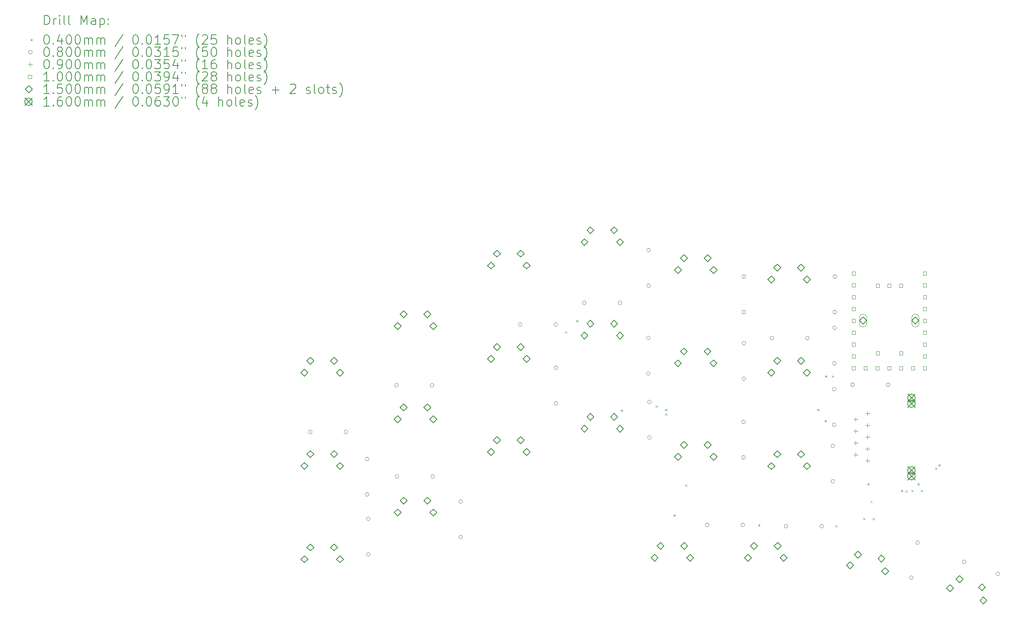
<source format=gbr>
%TF.GenerationSoftware,KiCad,Pcbnew,8.0.3*%
%TF.CreationDate,2024-07-09T08:00:13-07:00*%
%TF.ProjectId,Custom_KB_V1,43757374-6f6d-45f4-9b42-5f56312e6b69,rev?*%
%TF.SameCoordinates,Original*%
%TF.FileFunction,Drillmap*%
%TF.FilePolarity,Positive*%
%FSLAX45Y45*%
G04 Gerber Fmt 4.5, Leading zero omitted, Abs format (unit mm)*
G04 Created by KiCad (PCBNEW 8.0.3) date 2024-07-09 08:00:13*
%MOMM*%
%LPD*%
G01*
G04 APERTURE LIST*
%ADD10C,0.200000*%
%ADD11C,0.100000*%
%ADD12C,0.150000*%
%ADD13C,0.160000*%
G04 APERTURE END LIST*
D10*
D11*
X11410000Y-6885625D02*
X11450000Y-6925625D01*
X11450000Y-6885625D02*
X11410000Y-6925625D01*
X11648125Y-6647500D02*
X11688125Y-6687500D01*
X11688125Y-6647500D02*
X11648125Y-6687500D01*
X12600625Y-8568262D02*
X12640625Y-8608262D01*
X12640625Y-8568262D02*
X12600625Y-8608262D01*
X13345777Y-8480747D02*
X13385777Y-8520747D01*
X13385777Y-8480747D02*
X13345777Y-8520747D01*
X13553125Y-8552500D02*
X13593125Y-8592500D01*
X13593125Y-8552500D02*
X13553125Y-8592500D01*
X13553125Y-8652500D02*
X13593125Y-8692500D01*
X13593125Y-8652500D02*
X13553125Y-8692500D01*
X13733427Y-10816826D02*
X13773427Y-10856826D01*
X13773427Y-10816826D02*
X13733427Y-10856826D01*
X13982222Y-10172222D02*
X14022222Y-10212222D01*
X14022222Y-10172222D02*
X13982222Y-10212222D01*
X15546744Y-11027609D02*
X15586744Y-11067609D01*
X15586744Y-11027609D02*
X15546744Y-11067609D01*
X16814375Y-8552500D02*
X16854375Y-8592500D01*
X16854375Y-8552500D02*
X16814375Y-8592500D01*
X16968893Y-8790625D02*
X17008893Y-8830625D01*
X17008893Y-8790625D02*
X16968893Y-8830625D01*
X16976117Y-7838125D02*
X17016117Y-7878125D01*
X17016117Y-7838125D02*
X16976117Y-7878125D01*
X17125000Y-7838125D02*
X17165000Y-7878125D01*
X17165000Y-7838125D02*
X17125000Y-7878125D01*
X17200090Y-11044018D02*
X17240090Y-11084018D01*
X17240090Y-11044018D02*
X17200090Y-11084018D01*
X17794464Y-10893028D02*
X17834464Y-10933028D01*
X17834464Y-10893028D02*
X17794464Y-10933028D01*
X17881524Y-10146875D02*
X17921524Y-10186875D01*
X17921524Y-10146875D02*
X17881524Y-10186875D01*
X17950395Y-10524532D02*
X17990395Y-10564532D01*
X17990395Y-10524532D02*
X17950395Y-10564532D01*
X17999379Y-10893174D02*
X18039379Y-10933174D01*
X18039379Y-10893174D02*
X17999379Y-10933174D01*
X18601072Y-10291875D02*
X18641072Y-10331875D01*
X18641072Y-10291875D02*
X18601072Y-10331875D01*
X18700508Y-10302483D02*
X18740508Y-10342483D01*
X18740508Y-10302483D02*
X18700508Y-10342483D01*
X18828834Y-10291875D02*
X18868834Y-10331875D01*
X18868834Y-10291875D02*
X18828834Y-10331875D01*
X18957500Y-10146875D02*
X18997500Y-10186875D01*
X18997500Y-10146875D02*
X18957500Y-10186875D01*
X19030000Y-10291875D02*
X19070000Y-10331875D01*
X19070000Y-10291875D02*
X19030000Y-10331875D01*
X19336088Y-9811088D02*
X19376088Y-9851088D01*
X19376088Y-9811088D02*
X19336088Y-9851088D01*
X19406799Y-9740378D02*
X19446799Y-9780378D01*
X19446799Y-9740378D02*
X19406799Y-9780378D01*
X5993125Y-9048750D02*
G75*
G02*
X5913125Y-9048750I-40000J0D01*
G01*
X5913125Y-9048750D02*
G75*
G02*
X5993125Y-9048750I40000J0D01*
G01*
X6755125Y-9048750D02*
G75*
G02*
X6675125Y-9048750I-40000J0D01*
G01*
X6675125Y-9048750D02*
G75*
G02*
X6755125Y-9048750I40000J0D01*
G01*
X7211174Y-9626861D02*
G75*
G02*
X7131174Y-9626861I-40000J0D01*
G01*
X7131174Y-9626861D02*
G75*
G02*
X7211174Y-9626861I40000J0D01*
G01*
X7211174Y-10388861D02*
G75*
G02*
X7131174Y-10388861I-40000J0D01*
G01*
X7131174Y-10388861D02*
G75*
G02*
X7211174Y-10388861I40000J0D01*
G01*
X7236231Y-10909920D02*
G75*
G02*
X7156231Y-10909920I-40000J0D01*
G01*
X7156231Y-10909920D02*
G75*
G02*
X7236231Y-10909920I40000J0D01*
G01*
X7236231Y-11671920D02*
G75*
G02*
X7156231Y-11671920I-40000J0D01*
G01*
X7156231Y-11671920D02*
G75*
G02*
X7236231Y-11671920I40000J0D01*
G01*
X7840093Y-8045687D02*
G75*
G02*
X7760093Y-8045687I-40000J0D01*
G01*
X7760093Y-8045687D02*
G75*
G02*
X7840093Y-8045687I40000J0D01*
G01*
X7850500Y-10001250D02*
G75*
G02*
X7770500Y-10001250I-40000J0D01*
G01*
X7770500Y-10001250D02*
G75*
G02*
X7850500Y-10001250I40000J0D01*
G01*
X8602093Y-8045687D02*
G75*
G02*
X8522093Y-8045687I-40000J0D01*
G01*
X8522093Y-8045687D02*
G75*
G02*
X8602093Y-8045687I40000J0D01*
G01*
X8612500Y-10001250D02*
G75*
G02*
X8532500Y-10001250I-40000J0D01*
G01*
X8532500Y-10001250D02*
G75*
G02*
X8612500Y-10001250I40000J0D01*
G01*
X9213954Y-10540102D02*
G75*
G02*
X9133954Y-10540102I-40000J0D01*
G01*
X9133954Y-10540102D02*
G75*
G02*
X9213954Y-10540102I40000J0D01*
G01*
X9213954Y-11302102D02*
G75*
G02*
X9133954Y-11302102I-40000J0D01*
G01*
X9133954Y-11302102D02*
G75*
G02*
X9213954Y-11302102I40000J0D01*
G01*
X10487627Y-6740713D02*
G75*
G02*
X10407627Y-6740713I-40000J0D01*
G01*
X10407627Y-6740713D02*
G75*
G02*
X10487627Y-6740713I40000J0D01*
G01*
X11249627Y-6740713D02*
G75*
G02*
X11169627Y-6740713I-40000J0D01*
G01*
X11169627Y-6740713D02*
G75*
G02*
X11249627Y-6740713I40000J0D01*
G01*
X11253300Y-7670625D02*
G75*
G02*
X11173300Y-7670625I-40000J0D01*
G01*
X11173300Y-7670625D02*
G75*
G02*
X11253300Y-7670625I40000J0D01*
G01*
X11253300Y-8432625D02*
G75*
G02*
X11173300Y-8432625I-40000J0D01*
G01*
X11173300Y-8432625D02*
G75*
G02*
X11253300Y-8432625I40000J0D01*
G01*
X11862508Y-6277930D02*
G75*
G02*
X11782508Y-6277930I-40000J0D01*
G01*
X11782508Y-6277930D02*
G75*
G02*
X11862508Y-6277930I40000J0D01*
G01*
X12624508Y-6277930D02*
G75*
G02*
X12544508Y-6277930I-40000J0D01*
G01*
X12544508Y-6277930D02*
G75*
G02*
X12624508Y-6277930I40000J0D01*
G01*
X13231513Y-7029278D02*
G75*
G02*
X13151513Y-7029278I-40000J0D01*
G01*
X13151513Y-7029278D02*
G75*
G02*
X13231513Y-7029278I40000J0D01*
G01*
X13231513Y-7791278D02*
G75*
G02*
X13151513Y-7791278I-40000J0D01*
G01*
X13151513Y-7791278D02*
G75*
G02*
X13231513Y-7791278I40000J0D01*
G01*
X13238002Y-5148275D02*
G75*
G02*
X13158002Y-5148275I-40000J0D01*
G01*
X13158002Y-5148275D02*
G75*
G02*
X13238002Y-5148275I40000J0D01*
G01*
X13238002Y-5910275D02*
G75*
G02*
X13158002Y-5910275I-40000J0D01*
G01*
X13158002Y-5910275D02*
G75*
G02*
X13238002Y-5910275I40000J0D01*
G01*
X13257264Y-8403262D02*
G75*
G02*
X13177264Y-8403262I-40000J0D01*
G01*
X13177264Y-8403262D02*
G75*
G02*
X13257264Y-8403262I40000J0D01*
G01*
X13257264Y-9165262D02*
G75*
G02*
X13177264Y-9165262I-40000J0D01*
G01*
X13177264Y-9165262D02*
G75*
G02*
X13257264Y-9165262I40000J0D01*
G01*
X14493568Y-11041545D02*
G75*
G02*
X14413568Y-11041545I-40000J0D01*
G01*
X14413568Y-11041545D02*
G75*
G02*
X14493568Y-11041545I40000J0D01*
G01*
X15255568Y-11041545D02*
G75*
G02*
X15175568Y-11041545I-40000J0D01*
G01*
X15175568Y-11041545D02*
G75*
G02*
X15255568Y-11041545I40000J0D01*
G01*
X15273166Y-8830548D02*
G75*
G02*
X15193166Y-8830548I-40000J0D01*
G01*
X15193166Y-8830548D02*
G75*
G02*
X15273166Y-8830548I40000J0D01*
G01*
X15273166Y-9592548D02*
G75*
G02*
X15193166Y-9592548I-40000J0D01*
G01*
X15193166Y-9592548D02*
G75*
G02*
X15273166Y-9592548I40000J0D01*
G01*
X15280000Y-5715000D02*
G75*
G02*
X15200000Y-5715000I-40000J0D01*
G01*
X15200000Y-5715000D02*
G75*
G02*
X15280000Y-5715000I40000J0D01*
G01*
X15280000Y-6477000D02*
G75*
G02*
X15200000Y-6477000I-40000J0D01*
G01*
X15200000Y-6477000D02*
G75*
G02*
X15280000Y-6477000I40000J0D01*
G01*
X15280000Y-7143750D02*
G75*
G02*
X15200000Y-7143750I-40000J0D01*
G01*
X15200000Y-7143750D02*
G75*
G02*
X15280000Y-7143750I40000J0D01*
G01*
X15280000Y-7905750D02*
G75*
G02*
X15200000Y-7905750I-40000J0D01*
G01*
X15200000Y-7905750D02*
G75*
G02*
X15280000Y-7905750I40000J0D01*
G01*
X15877577Y-7034910D02*
G75*
G02*
X15797577Y-7034910I-40000J0D01*
G01*
X15797577Y-7034910D02*
G75*
G02*
X15877577Y-7034910I40000J0D01*
G01*
X16182222Y-11070439D02*
G75*
G02*
X16102222Y-11070439I-40000J0D01*
G01*
X16102222Y-11070439D02*
G75*
G02*
X16182222Y-11070439I40000J0D01*
G01*
X16639577Y-7034910D02*
G75*
G02*
X16559577Y-7034910I-40000J0D01*
G01*
X16559577Y-7034910D02*
G75*
G02*
X16639577Y-7034910I40000J0D01*
G01*
X16944222Y-11070439D02*
G75*
G02*
X16864222Y-11070439I-40000J0D01*
G01*
X16864222Y-11070439D02*
G75*
G02*
X16944222Y-11070439I40000J0D01*
G01*
X17183041Y-9344785D02*
G75*
G02*
X17103041Y-9344785I-40000J0D01*
G01*
X17103041Y-9344785D02*
G75*
G02*
X17183041Y-9344785I40000J0D01*
G01*
X17183041Y-10106785D02*
G75*
G02*
X17103041Y-10106785I-40000J0D01*
G01*
X17103041Y-10106785D02*
G75*
G02*
X17183041Y-10106785I40000J0D01*
G01*
X17213893Y-8132856D02*
G75*
G02*
X17133893Y-8132856I-40000J0D01*
G01*
X17133893Y-8132856D02*
G75*
G02*
X17213893Y-8132856I40000J0D01*
G01*
X17213893Y-8894856D02*
G75*
G02*
X17133893Y-8894856I-40000J0D01*
G01*
X17133893Y-8894856D02*
G75*
G02*
X17213893Y-8894856I40000J0D01*
G01*
X17221117Y-6814660D02*
G75*
G02*
X17141117Y-6814660I-40000J0D01*
G01*
X17141117Y-6814660D02*
G75*
G02*
X17221117Y-6814660I40000J0D01*
G01*
X17221117Y-7576660D02*
G75*
G02*
X17141117Y-7576660I-40000J0D01*
G01*
X17141117Y-7576660D02*
G75*
G02*
X17221117Y-7576660I40000J0D01*
G01*
X17226381Y-5715000D02*
G75*
G02*
X17146381Y-5715000I-40000J0D01*
G01*
X17146381Y-5715000D02*
G75*
G02*
X17226381Y-5715000I40000J0D01*
G01*
X17226381Y-6477000D02*
G75*
G02*
X17146381Y-6477000I-40000J0D01*
G01*
X17146381Y-6477000D02*
G75*
G02*
X17226381Y-6477000I40000J0D01*
G01*
X17606810Y-8034138D02*
G75*
G02*
X17526810Y-8034138I-40000J0D01*
G01*
X17526810Y-8034138D02*
G75*
G02*
X17606810Y-8034138I40000J0D01*
G01*
X18368810Y-8034138D02*
G75*
G02*
X18288810Y-8034138I-40000J0D01*
G01*
X18288810Y-8034138D02*
G75*
G02*
X18368810Y-8034138I40000J0D01*
G01*
X18867336Y-12172111D02*
G75*
G02*
X18787336Y-12172111I-40000J0D01*
G01*
X18787336Y-12172111D02*
G75*
G02*
X18867336Y-12172111I40000J0D01*
G01*
X18999655Y-11421687D02*
G75*
G02*
X18919655Y-11421687I-40000J0D01*
G01*
X18919655Y-11421687D02*
G75*
G02*
X18999655Y-11421687I40000J0D01*
G01*
X19999652Y-11830717D02*
G75*
G02*
X19919652Y-11830717I-40000J0D01*
G01*
X19919652Y-11830717D02*
G75*
G02*
X19999652Y-11830717I40000J0D01*
G01*
X20715698Y-12091336D02*
G75*
G02*
X20635698Y-12091336I-40000J0D01*
G01*
X20635698Y-12091336D02*
G75*
G02*
X20715698Y-12091336I40000J0D01*
G01*
X17633254Y-8730298D02*
X17633254Y-8820298D01*
X17588254Y-8775298D02*
X17678254Y-8775298D01*
X17633254Y-8984298D02*
X17633254Y-9074298D01*
X17588254Y-9029298D02*
X17678254Y-9029298D01*
X17633254Y-9238298D02*
X17633254Y-9328298D01*
X17588254Y-9283298D02*
X17678254Y-9283298D01*
X17633254Y-9492298D02*
X17633254Y-9582298D01*
X17588254Y-9537298D02*
X17678254Y-9537298D01*
X17634619Y-8730822D02*
X17634619Y-8820822D01*
X17589619Y-8775822D02*
X17679619Y-8775822D01*
X17634619Y-8984822D02*
X17634619Y-9074822D01*
X17589619Y-9029822D02*
X17679619Y-9029822D01*
X17634619Y-9238822D02*
X17634619Y-9328822D01*
X17589619Y-9283822D02*
X17679619Y-9283822D01*
X17634619Y-9492822D02*
X17634619Y-9582822D01*
X17589619Y-9537822D02*
X17679619Y-9537822D01*
X17887254Y-8857298D02*
X17887254Y-8947298D01*
X17842254Y-8902298D02*
X17932254Y-8902298D01*
X17887254Y-9111298D02*
X17887254Y-9201298D01*
X17842254Y-9156298D02*
X17932254Y-9156298D01*
X17887254Y-9365298D02*
X17887254Y-9455298D01*
X17842254Y-9410298D02*
X17932254Y-9410298D01*
X17887254Y-9619298D02*
X17887254Y-9709298D01*
X17842254Y-9664298D02*
X17932254Y-9664298D01*
X17888619Y-8603822D02*
X17888619Y-8693822D01*
X17843619Y-8648822D02*
X17933619Y-8648822D01*
X17888619Y-8857822D02*
X17888619Y-8947822D01*
X17843619Y-8902822D02*
X17933619Y-8902822D01*
X17888619Y-9111822D02*
X17888619Y-9201822D01*
X17843619Y-9156822D02*
X17933619Y-9156822D01*
X17888619Y-9365822D02*
X17888619Y-9455822D01*
X17843619Y-9410822D02*
X17933619Y-9410822D01*
X17626133Y-5683130D02*
X17626133Y-5612419D01*
X17555422Y-5612419D01*
X17555422Y-5683130D01*
X17626133Y-5683130D01*
X17626133Y-5937130D02*
X17626133Y-5866419D01*
X17555422Y-5866419D01*
X17555422Y-5937130D01*
X17626133Y-5937130D01*
X17626133Y-6191130D02*
X17626133Y-6120419D01*
X17555422Y-6120419D01*
X17555422Y-6191130D01*
X17626133Y-6191130D01*
X17626133Y-6445130D02*
X17626133Y-6374419D01*
X17555422Y-6374419D01*
X17555422Y-6445130D01*
X17626133Y-6445130D01*
X17626133Y-6699130D02*
X17626133Y-6628419D01*
X17555422Y-6628419D01*
X17555422Y-6699130D01*
X17626133Y-6699130D01*
X17626133Y-6953130D02*
X17626133Y-6882419D01*
X17555422Y-6882419D01*
X17555422Y-6953130D01*
X17626133Y-6953130D01*
X17626133Y-7207130D02*
X17626133Y-7136419D01*
X17555422Y-7136419D01*
X17555422Y-7207130D01*
X17626133Y-7207130D01*
X17626133Y-7461130D02*
X17626133Y-7390419D01*
X17555422Y-7390419D01*
X17555422Y-7461130D01*
X17626133Y-7461130D01*
X17626133Y-7715130D02*
X17626133Y-7644419D01*
X17555422Y-7644419D01*
X17555422Y-7715130D01*
X17626133Y-7715130D01*
X17880133Y-7715130D02*
X17880133Y-7644419D01*
X17809422Y-7644419D01*
X17809422Y-7715130D01*
X17880133Y-7715130D01*
X18134133Y-7715130D02*
X18134133Y-7644419D01*
X18063422Y-7644419D01*
X18063422Y-7715130D01*
X18134133Y-7715130D01*
X18138386Y-5943680D02*
X18138386Y-5872969D01*
X18067675Y-5872969D01*
X18067675Y-5943680D01*
X18138386Y-5943680D01*
X18138386Y-7393680D02*
X18138386Y-7322969D01*
X18067675Y-7322969D01*
X18067675Y-7393680D01*
X18138386Y-7393680D01*
X18388133Y-7715130D02*
X18388133Y-7644419D01*
X18317422Y-7644419D01*
X18317422Y-7715130D01*
X18388133Y-7715130D01*
X18388386Y-5943680D02*
X18388386Y-5872969D01*
X18317675Y-5872969D01*
X18317675Y-5943680D01*
X18388386Y-5943680D01*
X18638386Y-5943680D02*
X18638386Y-5872969D01*
X18567675Y-5872969D01*
X18567675Y-5943680D01*
X18638386Y-5943680D01*
X18638386Y-7393680D02*
X18638386Y-7322969D01*
X18567675Y-7322969D01*
X18567675Y-7393680D01*
X18638386Y-7393680D01*
X18642133Y-7715130D02*
X18642133Y-7644419D01*
X18571422Y-7644419D01*
X18571422Y-7715130D01*
X18642133Y-7715130D01*
X18896133Y-7715130D02*
X18896133Y-7644419D01*
X18825422Y-7644419D01*
X18825422Y-7715130D01*
X18896133Y-7715130D01*
X19150133Y-5683130D02*
X19150133Y-5612419D01*
X19079422Y-5612419D01*
X19079422Y-5683130D01*
X19150133Y-5683130D01*
X19150133Y-5937130D02*
X19150133Y-5866419D01*
X19079422Y-5866419D01*
X19079422Y-5937130D01*
X19150133Y-5937130D01*
X19150133Y-6191130D02*
X19150133Y-6120419D01*
X19079422Y-6120419D01*
X19079422Y-6191130D01*
X19150133Y-6191130D01*
X19150133Y-6445130D02*
X19150133Y-6374419D01*
X19079422Y-6374419D01*
X19079422Y-6445130D01*
X19150133Y-6445130D01*
X19150133Y-6699130D02*
X19150133Y-6628419D01*
X19079422Y-6628419D01*
X19079422Y-6699130D01*
X19150133Y-6699130D01*
X19150133Y-6953130D02*
X19150133Y-6882419D01*
X19079422Y-6882419D01*
X19079422Y-6953130D01*
X19150133Y-6953130D01*
X19150133Y-7207130D02*
X19150133Y-7136419D01*
X19079422Y-7136419D01*
X19079422Y-7207130D01*
X19150133Y-7207130D01*
X19150133Y-7461130D02*
X19150133Y-7390419D01*
X19079422Y-7390419D01*
X19079422Y-7461130D01*
X19150133Y-7461130D01*
X19150133Y-7715130D02*
X19150133Y-7644419D01*
X19079422Y-7644419D01*
X19079422Y-7715130D01*
X19150133Y-7715130D01*
D12*
X5827402Y-7852702D02*
X5902402Y-7777702D01*
X5827402Y-7702702D01*
X5752402Y-7777702D01*
X5827402Y-7852702D01*
X5827402Y-9852703D02*
X5902402Y-9777703D01*
X5827402Y-9702703D01*
X5752402Y-9777703D01*
X5827402Y-9852703D01*
X5827402Y-11852702D02*
X5902402Y-11777702D01*
X5827402Y-11702702D01*
X5752402Y-11777702D01*
X5827402Y-11852702D01*
X5954402Y-7598702D02*
X6029402Y-7523702D01*
X5954402Y-7448702D01*
X5879402Y-7523702D01*
X5954402Y-7598702D01*
X5954402Y-9598703D02*
X6029402Y-9523703D01*
X5954402Y-9448703D01*
X5879402Y-9523703D01*
X5954402Y-9598703D01*
X5954402Y-11598702D02*
X6029402Y-11523702D01*
X5954402Y-11448702D01*
X5879402Y-11523702D01*
X5954402Y-11598702D01*
X6462402Y-7598702D02*
X6537402Y-7523702D01*
X6462402Y-7448702D01*
X6387402Y-7523702D01*
X6462402Y-7598702D01*
X6462402Y-9598703D02*
X6537402Y-9523703D01*
X6462402Y-9448703D01*
X6387402Y-9523703D01*
X6462402Y-9598703D01*
X6462402Y-11598702D02*
X6537402Y-11523702D01*
X6462402Y-11448702D01*
X6387402Y-11523702D01*
X6462402Y-11598702D01*
X6589402Y-7852702D02*
X6664402Y-7777702D01*
X6589402Y-7702702D01*
X6514402Y-7777702D01*
X6589402Y-7852702D01*
X6589402Y-9852703D02*
X6664402Y-9777703D01*
X6589402Y-9702703D01*
X6514402Y-9777703D01*
X6589402Y-9852703D01*
X6589402Y-11852702D02*
X6664402Y-11777702D01*
X6589402Y-11702702D01*
X6514402Y-11777702D01*
X6589402Y-11852702D01*
X7827402Y-6852702D02*
X7902402Y-6777702D01*
X7827402Y-6702702D01*
X7752402Y-6777702D01*
X7827402Y-6852702D01*
X7827402Y-8852703D02*
X7902402Y-8777703D01*
X7827402Y-8702703D01*
X7752402Y-8777703D01*
X7827402Y-8852703D01*
X7827402Y-10852703D02*
X7902402Y-10777703D01*
X7827402Y-10702703D01*
X7752402Y-10777703D01*
X7827402Y-10852703D01*
X7954402Y-6598702D02*
X8029402Y-6523702D01*
X7954402Y-6448702D01*
X7879402Y-6523702D01*
X7954402Y-6598702D01*
X7954402Y-8598703D02*
X8029402Y-8523703D01*
X7954402Y-8448703D01*
X7879402Y-8523703D01*
X7954402Y-8598703D01*
X7954402Y-10598703D02*
X8029402Y-10523703D01*
X7954402Y-10448703D01*
X7879402Y-10523703D01*
X7954402Y-10598703D01*
X8462402Y-6598702D02*
X8537402Y-6523702D01*
X8462402Y-6448702D01*
X8387402Y-6523702D01*
X8462402Y-6598702D01*
X8462402Y-8598703D02*
X8537402Y-8523703D01*
X8462402Y-8448703D01*
X8387402Y-8523703D01*
X8462402Y-8598703D01*
X8462402Y-10598703D02*
X8537402Y-10523703D01*
X8462402Y-10448703D01*
X8387402Y-10523703D01*
X8462402Y-10598703D01*
X8589402Y-6852702D02*
X8664402Y-6777702D01*
X8589402Y-6702702D01*
X8514402Y-6777702D01*
X8589402Y-6852702D01*
X8589402Y-8852703D02*
X8664402Y-8777703D01*
X8589402Y-8702703D01*
X8514402Y-8777703D01*
X8589402Y-8852703D01*
X8589402Y-10852703D02*
X8664402Y-10777703D01*
X8589402Y-10702703D01*
X8514402Y-10777703D01*
X8589402Y-10852703D01*
X9827402Y-5552703D02*
X9902402Y-5477703D01*
X9827402Y-5402703D01*
X9752402Y-5477703D01*
X9827402Y-5552703D01*
X9827402Y-7552702D02*
X9902402Y-7477702D01*
X9827402Y-7402702D01*
X9752402Y-7477702D01*
X9827402Y-7552702D01*
X9827402Y-9552703D02*
X9902402Y-9477703D01*
X9827402Y-9402703D01*
X9752402Y-9477703D01*
X9827402Y-9552703D01*
X9954402Y-5298703D02*
X10029402Y-5223703D01*
X9954402Y-5148703D01*
X9879402Y-5223703D01*
X9954402Y-5298703D01*
X9954402Y-7298702D02*
X10029402Y-7223702D01*
X9954402Y-7148702D01*
X9879402Y-7223702D01*
X9954402Y-7298702D01*
X9954402Y-9298703D02*
X10029402Y-9223703D01*
X9954402Y-9148703D01*
X9879402Y-9223703D01*
X9954402Y-9298703D01*
X10462402Y-5298703D02*
X10537402Y-5223703D01*
X10462402Y-5148703D01*
X10387402Y-5223703D01*
X10462402Y-5298703D01*
X10462402Y-7298702D02*
X10537402Y-7223702D01*
X10462402Y-7148702D01*
X10387402Y-7223702D01*
X10462402Y-7298702D01*
X10462402Y-9298703D02*
X10537402Y-9223703D01*
X10462402Y-9148703D01*
X10387402Y-9223703D01*
X10462402Y-9298703D01*
X10589402Y-5552703D02*
X10664402Y-5477703D01*
X10589402Y-5402703D01*
X10514402Y-5477703D01*
X10589402Y-5552703D01*
X10589402Y-7552702D02*
X10664402Y-7477702D01*
X10589402Y-7402702D01*
X10514402Y-7477702D01*
X10589402Y-7552702D01*
X10589402Y-9552703D02*
X10664402Y-9477703D01*
X10589402Y-9402703D01*
X10514402Y-9477703D01*
X10589402Y-9552703D01*
X11827402Y-5052703D02*
X11902402Y-4977703D01*
X11827402Y-4902703D01*
X11752402Y-4977703D01*
X11827402Y-5052703D01*
X11827402Y-7052702D02*
X11902402Y-6977702D01*
X11827402Y-6902702D01*
X11752402Y-6977702D01*
X11827402Y-7052702D01*
X11827402Y-9052703D02*
X11902402Y-8977703D01*
X11827402Y-8902703D01*
X11752402Y-8977703D01*
X11827402Y-9052703D01*
X11954402Y-4798703D02*
X12029402Y-4723703D01*
X11954402Y-4648703D01*
X11879402Y-4723703D01*
X11954402Y-4798703D01*
X11954402Y-6798702D02*
X12029402Y-6723702D01*
X11954402Y-6648702D01*
X11879402Y-6723702D01*
X11954402Y-6798702D01*
X11954402Y-8798703D02*
X12029402Y-8723703D01*
X11954402Y-8648703D01*
X11879402Y-8723703D01*
X11954402Y-8798703D01*
X12462402Y-4798703D02*
X12537402Y-4723703D01*
X12462402Y-4648703D01*
X12387402Y-4723703D01*
X12462402Y-4798703D01*
X12462402Y-6798702D02*
X12537402Y-6723702D01*
X12462402Y-6648702D01*
X12387402Y-6723702D01*
X12462402Y-6798702D01*
X12462402Y-8798703D02*
X12537402Y-8723703D01*
X12462402Y-8648703D01*
X12387402Y-8723703D01*
X12462402Y-8798703D01*
X12589402Y-5052703D02*
X12664402Y-4977703D01*
X12589402Y-4902703D01*
X12514402Y-4977703D01*
X12589402Y-5052703D01*
X12589402Y-7052702D02*
X12664402Y-6977702D01*
X12589402Y-6902702D01*
X12514402Y-6977702D01*
X12589402Y-7052702D01*
X12589402Y-9052703D02*
X12664402Y-8977703D01*
X12589402Y-8902703D01*
X12514402Y-8977703D01*
X12589402Y-9052703D01*
X13327402Y-11824702D02*
X13402402Y-11749702D01*
X13327402Y-11674702D01*
X13252402Y-11749702D01*
X13327402Y-11824702D01*
X13454402Y-11570702D02*
X13529402Y-11495702D01*
X13454402Y-11420702D01*
X13379402Y-11495702D01*
X13454402Y-11570702D01*
X13825876Y-7652151D02*
X13900876Y-7577151D01*
X13825876Y-7502151D01*
X13750876Y-7577151D01*
X13825876Y-7652151D01*
X13827402Y-9652703D02*
X13902402Y-9577703D01*
X13827402Y-9502703D01*
X13752402Y-9577703D01*
X13827402Y-9652703D01*
X13829165Y-5652702D02*
X13904165Y-5577703D01*
X13829165Y-5502703D01*
X13754165Y-5577703D01*
X13829165Y-5652702D01*
X13952876Y-7398151D02*
X14027876Y-7323151D01*
X13952876Y-7248151D01*
X13877876Y-7323151D01*
X13952876Y-7398151D01*
X13954402Y-9398703D02*
X14029402Y-9323703D01*
X13954402Y-9248703D01*
X13879402Y-9323703D01*
X13954402Y-9398703D01*
X13956165Y-5398703D02*
X14031165Y-5323703D01*
X13956165Y-5248703D01*
X13881165Y-5323703D01*
X13956165Y-5398703D01*
X13962402Y-11570702D02*
X14037402Y-11495702D01*
X13962402Y-11420702D01*
X13887402Y-11495702D01*
X13962402Y-11570702D01*
X14089402Y-11824702D02*
X14164402Y-11749702D01*
X14089402Y-11674702D01*
X14014402Y-11749702D01*
X14089402Y-11824702D01*
X14460876Y-7398151D02*
X14535876Y-7323151D01*
X14460876Y-7248151D01*
X14385876Y-7323151D01*
X14460876Y-7398151D01*
X14462402Y-9398703D02*
X14537402Y-9323703D01*
X14462402Y-9248703D01*
X14387402Y-9323703D01*
X14462402Y-9398703D01*
X14464165Y-5398703D02*
X14539165Y-5323703D01*
X14464165Y-5248703D01*
X14389165Y-5323703D01*
X14464165Y-5398703D01*
X14587876Y-7652151D02*
X14662876Y-7577151D01*
X14587876Y-7502151D01*
X14512876Y-7577151D01*
X14587876Y-7652151D01*
X14589402Y-9652703D02*
X14664402Y-9577703D01*
X14589402Y-9502703D01*
X14514402Y-9577703D01*
X14589402Y-9652703D01*
X14591165Y-5652702D02*
X14666165Y-5577703D01*
X14591165Y-5502703D01*
X14516165Y-5577703D01*
X14591165Y-5652702D01*
X15327402Y-11824702D02*
X15402402Y-11749702D01*
X15327402Y-11674702D01*
X15252402Y-11749702D01*
X15327402Y-11824702D01*
X15454402Y-11570702D02*
X15529402Y-11495702D01*
X15454402Y-11420702D01*
X15379402Y-11495702D01*
X15454402Y-11570702D01*
X15827375Y-9854000D02*
X15902375Y-9779000D01*
X15827375Y-9704000D01*
X15752375Y-9779000D01*
X15827375Y-9854000D01*
X15827402Y-5852702D02*
X15902402Y-5777702D01*
X15827402Y-5702702D01*
X15752402Y-5777702D01*
X15827402Y-5852702D01*
X15827402Y-7852702D02*
X15902402Y-7777702D01*
X15827402Y-7702702D01*
X15752402Y-7777702D01*
X15827402Y-7852702D01*
X15954375Y-9600000D02*
X16029375Y-9525000D01*
X15954375Y-9450000D01*
X15879375Y-9525000D01*
X15954375Y-9600000D01*
X15954402Y-5598702D02*
X16029402Y-5523703D01*
X15954402Y-5448703D01*
X15879402Y-5523703D01*
X15954402Y-5598702D01*
X15954402Y-7598702D02*
X16029402Y-7523702D01*
X15954402Y-7448702D01*
X15879402Y-7523702D01*
X15954402Y-7598702D01*
X15962402Y-11570702D02*
X16037402Y-11495702D01*
X15962402Y-11420702D01*
X15887402Y-11495702D01*
X15962402Y-11570702D01*
X16089402Y-11824702D02*
X16164402Y-11749702D01*
X16089402Y-11674702D01*
X16014402Y-11749702D01*
X16089402Y-11824702D01*
X16462375Y-9600000D02*
X16537375Y-9525000D01*
X16462375Y-9450000D01*
X16387375Y-9525000D01*
X16462375Y-9600000D01*
X16462402Y-5598702D02*
X16537402Y-5523703D01*
X16462402Y-5448703D01*
X16387402Y-5523703D01*
X16462402Y-5598702D01*
X16462402Y-7598702D02*
X16537402Y-7523702D01*
X16462402Y-7448702D01*
X16387402Y-7523702D01*
X16462402Y-7598702D01*
X16589375Y-9854000D02*
X16664375Y-9779000D01*
X16589375Y-9704000D01*
X16514375Y-9779000D01*
X16589375Y-9854000D01*
X16589402Y-5852702D02*
X16664402Y-5777702D01*
X16589402Y-5702702D01*
X16514402Y-5777702D01*
X16589402Y-5852702D01*
X16589402Y-7852702D02*
X16664402Y-7777702D01*
X16589402Y-7702702D01*
X16514402Y-7777702D01*
X16589402Y-7852702D01*
X17515730Y-11980111D02*
X17590730Y-11905111D01*
X17515730Y-11830111D01*
X17440730Y-11905111D01*
X17515730Y-11980111D01*
X17684907Y-11752023D02*
X17759907Y-11677023D01*
X17684907Y-11602023D01*
X17609907Y-11677023D01*
X17684907Y-11752023D01*
X17793031Y-6733324D02*
X17868031Y-6658324D01*
X17793031Y-6583324D01*
X17718031Y-6658324D01*
X17793031Y-6733324D01*
D11*
X17718031Y-6593324D02*
X17718031Y-6723324D01*
X17868031Y-6723324D02*
G75*
G02*
X17718031Y-6723324I-75000J0D01*
G01*
X17868031Y-6723324D02*
X17868031Y-6593324D01*
X17868031Y-6593324D02*
G75*
G03*
X17718031Y-6593324I-75000J0D01*
G01*
D12*
X18185189Y-11840236D02*
X18260189Y-11765236D01*
X18185189Y-11690236D01*
X18110189Y-11765236D01*
X18185189Y-11840236D01*
X18266153Y-12112431D02*
X18341153Y-12037431D01*
X18266153Y-11962431D01*
X18191153Y-12037431D01*
X18266153Y-12112431D01*
X18913031Y-6733324D02*
X18988031Y-6658324D01*
X18913031Y-6583324D01*
X18838031Y-6658324D01*
X18913031Y-6733324D01*
D11*
X18838031Y-6593324D02*
X18838031Y-6723324D01*
X18988031Y-6723324D02*
G75*
G02*
X18838031Y-6723324I-75000J0D01*
G01*
X18988031Y-6723324D02*
X18988031Y-6593324D01*
X18988031Y-6593324D02*
G75*
G03*
X18838031Y-6593324I-75000J0D01*
G01*
D12*
X19653976Y-12475274D02*
X19728976Y-12400274D01*
X19653976Y-12325274D01*
X19578976Y-12400274D01*
X19653976Y-12475274D01*
X19860190Y-12280029D02*
X19935190Y-12205029D01*
X19860190Y-12130029D01*
X19785190Y-12205029D01*
X19860190Y-12280029D01*
X20337554Y-12453775D02*
X20412554Y-12378775D01*
X20337554Y-12303775D01*
X20262554Y-12378775D01*
X20337554Y-12453775D01*
X20370022Y-12735893D02*
X20445022Y-12660893D01*
X20370022Y-12585893D01*
X20295022Y-12660893D01*
X20370022Y-12735893D01*
D13*
X18747254Y-8362798D02*
X18907254Y-8522798D01*
X18907254Y-8362798D02*
X18747254Y-8522798D01*
X18907254Y-8442798D02*
G75*
G02*
X18747254Y-8442798I-80000J0D01*
G01*
X18747254Y-8442798D02*
G75*
G02*
X18907254Y-8442798I80000J0D01*
G01*
X18747254Y-9916798D02*
X18907254Y-10076798D01*
X18907254Y-9916798D02*
X18747254Y-10076798D01*
X18907254Y-9996798D02*
G75*
G02*
X18747254Y-9996798I-80000J0D01*
G01*
X18747254Y-9996798D02*
G75*
G02*
X18907254Y-9996798I80000J0D01*
G01*
X18748619Y-8236322D02*
X18908619Y-8396322D01*
X18908619Y-8236322D02*
X18748619Y-8396322D01*
X18908619Y-8316322D02*
G75*
G02*
X18748619Y-8316322I-80000J0D01*
G01*
X18748619Y-8316322D02*
G75*
G02*
X18908619Y-8316322I80000J0D01*
G01*
X18748619Y-9790322D02*
X18908619Y-9950322D01*
X18908619Y-9790322D02*
X18748619Y-9950322D01*
X18908619Y-9870322D02*
G75*
G02*
X18748619Y-9870322I-80000J0D01*
G01*
X18748619Y-9870322D02*
G75*
G02*
X18908619Y-9870322I80000J0D01*
G01*
D10*
X260777Y-311484D02*
X260777Y-111484D01*
X260777Y-111484D02*
X308396Y-111484D01*
X308396Y-111484D02*
X336967Y-121008D01*
X336967Y-121008D02*
X356015Y-140055D01*
X356015Y-140055D02*
X365539Y-159103D01*
X365539Y-159103D02*
X375062Y-197198D01*
X375062Y-197198D02*
X375062Y-225769D01*
X375062Y-225769D02*
X365539Y-263865D01*
X365539Y-263865D02*
X356015Y-282912D01*
X356015Y-282912D02*
X336967Y-301960D01*
X336967Y-301960D02*
X308396Y-311484D01*
X308396Y-311484D02*
X260777Y-311484D01*
X460777Y-311484D02*
X460777Y-178150D01*
X460777Y-216246D02*
X470301Y-197198D01*
X470301Y-197198D02*
X479824Y-187674D01*
X479824Y-187674D02*
X498872Y-178150D01*
X498872Y-178150D02*
X517920Y-178150D01*
X584586Y-311484D02*
X584586Y-178150D01*
X584586Y-111484D02*
X575063Y-121008D01*
X575063Y-121008D02*
X584586Y-130531D01*
X584586Y-130531D02*
X594110Y-121008D01*
X594110Y-121008D02*
X584586Y-111484D01*
X584586Y-111484D02*
X584586Y-130531D01*
X708396Y-311484D02*
X689348Y-301960D01*
X689348Y-301960D02*
X679824Y-282912D01*
X679824Y-282912D02*
X679824Y-111484D01*
X813158Y-311484D02*
X794110Y-301960D01*
X794110Y-301960D02*
X784586Y-282912D01*
X784586Y-282912D02*
X784586Y-111484D01*
X1041729Y-311484D02*
X1041729Y-111484D01*
X1041729Y-111484D02*
X1108396Y-254341D01*
X1108396Y-254341D02*
X1175063Y-111484D01*
X1175063Y-111484D02*
X1175063Y-311484D01*
X1356015Y-311484D02*
X1356015Y-206722D01*
X1356015Y-206722D02*
X1346491Y-187674D01*
X1346491Y-187674D02*
X1327444Y-178150D01*
X1327444Y-178150D02*
X1289348Y-178150D01*
X1289348Y-178150D02*
X1270301Y-187674D01*
X1356015Y-301960D02*
X1336967Y-311484D01*
X1336967Y-311484D02*
X1289348Y-311484D01*
X1289348Y-311484D02*
X1270301Y-301960D01*
X1270301Y-301960D02*
X1260777Y-282912D01*
X1260777Y-282912D02*
X1260777Y-263865D01*
X1260777Y-263865D02*
X1270301Y-244817D01*
X1270301Y-244817D02*
X1289348Y-235293D01*
X1289348Y-235293D02*
X1336967Y-235293D01*
X1336967Y-235293D02*
X1356015Y-225769D01*
X1451253Y-178150D02*
X1451253Y-378150D01*
X1451253Y-187674D02*
X1470301Y-178150D01*
X1470301Y-178150D02*
X1508396Y-178150D01*
X1508396Y-178150D02*
X1527443Y-187674D01*
X1527443Y-187674D02*
X1536967Y-197198D01*
X1536967Y-197198D02*
X1546491Y-216246D01*
X1546491Y-216246D02*
X1546491Y-273389D01*
X1546491Y-273389D02*
X1536967Y-292436D01*
X1536967Y-292436D02*
X1527443Y-301960D01*
X1527443Y-301960D02*
X1508396Y-311484D01*
X1508396Y-311484D02*
X1470301Y-311484D01*
X1470301Y-311484D02*
X1451253Y-301960D01*
X1632205Y-292436D02*
X1641729Y-301960D01*
X1641729Y-301960D02*
X1632205Y-311484D01*
X1632205Y-311484D02*
X1622682Y-301960D01*
X1622682Y-301960D02*
X1632205Y-292436D01*
X1632205Y-292436D02*
X1632205Y-311484D01*
X1632205Y-187674D02*
X1641729Y-197198D01*
X1641729Y-197198D02*
X1632205Y-206722D01*
X1632205Y-206722D02*
X1622682Y-197198D01*
X1622682Y-197198D02*
X1632205Y-187674D01*
X1632205Y-187674D02*
X1632205Y-206722D01*
D11*
X-40000Y-620000D02*
X0Y-660000D01*
X0Y-620000D02*
X-40000Y-660000D01*
D10*
X298872Y-531484D02*
X317920Y-531484D01*
X317920Y-531484D02*
X336967Y-541008D01*
X336967Y-541008D02*
X346491Y-550531D01*
X346491Y-550531D02*
X356015Y-569579D01*
X356015Y-569579D02*
X365539Y-607674D01*
X365539Y-607674D02*
X365539Y-655293D01*
X365539Y-655293D02*
X356015Y-693389D01*
X356015Y-693389D02*
X346491Y-712436D01*
X346491Y-712436D02*
X336967Y-721960D01*
X336967Y-721960D02*
X317920Y-731484D01*
X317920Y-731484D02*
X298872Y-731484D01*
X298872Y-731484D02*
X279824Y-721960D01*
X279824Y-721960D02*
X270301Y-712436D01*
X270301Y-712436D02*
X260777Y-693389D01*
X260777Y-693389D02*
X251253Y-655293D01*
X251253Y-655293D02*
X251253Y-607674D01*
X251253Y-607674D02*
X260777Y-569579D01*
X260777Y-569579D02*
X270301Y-550531D01*
X270301Y-550531D02*
X279824Y-541008D01*
X279824Y-541008D02*
X298872Y-531484D01*
X451253Y-712436D02*
X460777Y-721960D01*
X460777Y-721960D02*
X451253Y-731484D01*
X451253Y-731484D02*
X441729Y-721960D01*
X441729Y-721960D02*
X451253Y-712436D01*
X451253Y-712436D02*
X451253Y-731484D01*
X632205Y-598150D02*
X632205Y-731484D01*
X584586Y-521960D02*
X536967Y-664817D01*
X536967Y-664817D02*
X660777Y-664817D01*
X775062Y-531484D02*
X794110Y-531484D01*
X794110Y-531484D02*
X813158Y-541008D01*
X813158Y-541008D02*
X822682Y-550531D01*
X822682Y-550531D02*
X832205Y-569579D01*
X832205Y-569579D02*
X841729Y-607674D01*
X841729Y-607674D02*
X841729Y-655293D01*
X841729Y-655293D02*
X832205Y-693389D01*
X832205Y-693389D02*
X822682Y-712436D01*
X822682Y-712436D02*
X813158Y-721960D01*
X813158Y-721960D02*
X794110Y-731484D01*
X794110Y-731484D02*
X775062Y-731484D01*
X775062Y-731484D02*
X756015Y-721960D01*
X756015Y-721960D02*
X746491Y-712436D01*
X746491Y-712436D02*
X736967Y-693389D01*
X736967Y-693389D02*
X727443Y-655293D01*
X727443Y-655293D02*
X727443Y-607674D01*
X727443Y-607674D02*
X736967Y-569579D01*
X736967Y-569579D02*
X746491Y-550531D01*
X746491Y-550531D02*
X756015Y-541008D01*
X756015Y-541008D02*
X775062Y-531484D01*
X965539Y-531484D02*
X984586Y-531484D01*
X984586Y-531484D02*
X1003634Y-541008D01*
X1003634Y-541008D02*
X1013158Y-550531D01*
X1013158Y-550531D02*
X1022682Y-569579D01*
X1022682Y-569579D02*
X1032205Y-607674D01*
X1032205Y-607674D02*
X1032205Y-655293D01*
X1032205Y-655293D02*
X1022682Y-693389D01*
X1022682Y-693389D02*
X1013158Y-712436D01*
X1013158Y-712436D02*
X1003634Y-721960D01*
X1003634Y-721960D02*
X984586Y-731484D01*
X984586Y-731484D02*
X965539Y-731484D01*
X965539Y-731484D02*
X946491Y-721960D01*
X946491Y-721960D02*
X936967Y-712436D01*
X936967Y-712436D02*
X927443Y-693389D01*
X927443Y-693389D02*
X917920Y-655293D01*
X917920Y-655293D02*
X917920Y-607674D01*
X917920Y-607674D02*
X927443Y-569579D01*
X927443Y-569579D02*
X936967Y-550531D01*
X936967Y-550531D02*
X946491Y-541008D01*
X946491Y-541008D02*
X965539Y-531484D01*
X1117920Y-731484D02*
X1117920Y-598150D01*
X1117920Y-617198D02*
X1127444Y-607674D01*
X1127444Y-607674D02*
X1146491Y-598150D01*
X1146491Y-598150D02*
X1175063Y-598150D01*
X1175063Y-598150D02*
X1194110Y-607674D01*
X1194110Y-607674D02*
X1203634Y-626722D01*
X1203634Y-626722D02*
X1203634Y-731484D01*
X1203634Y-626722D02*
X1213158Y-607674D01*
X1213158Y-607674D02*
X1232205Y-598150D01*
X1232205Y-598150D02*
X1260777Y-598150D01*
X1260777Y-598150D02*
X1279825Y-607674D01*
X1279825Y-607674D02*
X1289348Y-626722D01*
X1289348Y-626722D02*
X1289348Y-731484D01*
X1384586Y-731484D02*
X1384586Y-598150D01*
X1384586Y-617198D02*
X1394110Y-607674D01*
X1394110Y-607674D02*
X1413158Y-598150D01*
X1413158Y-598150D02*
X1441729Y-598150D01*
X1441729Y-598150D02*
X1460777Y-607674D01*
X1460777Y-607674D02*
X1470301Y-626722D01*
X1470301Y-626722D02*
X1470301Y-731484D01*
X1470301Y-626722D02*
X1479824Y-607674D01*
X1479824Y-607674D02*
X1498872Y-598150D01*
X1498872Y-598150D02*
X1527443Y-598150D01*
X1527443Y-598150D02*
X1546491Y-607674D01*
X1546491Y-607674D02*
X1556015Y-626722D01*
X1556015Y-626722D02*
X1556015Y-731484D01*
X1946491Y-521960D02*
X1775063Y-779103D01*
X2203634Y-531484D02*
X2222682Y-531484D01*
X2222682Y-531484D02*
X2241729Y-541008D01*
X2241729Y-541008D02*
X2251253Y-550531D01*
X2251253Y-550531D02*
X2260777Y-569579D01*
X2260777Y-569579D02*
X2270301Y-607674D01*
X2270301Y-607674D02*
X2270301Y-655293D01*
X2270301Y-655293D02*
X2260777Y-693389D01*
X2260777Y-693389D02*
X2251253Y-712436D01*
X2251253Y-712436D02*
X2241729Y-721960D01*
X2241729Y-721960D02*
X2222682Y-731484D01*
X2222682Y-731484D02*
X2203634Y-731484D01*
X2203634Y-731484D02*
X2184587Y-721960D01*
X2184587Y-721960D02*
X2175063Y-712436D01*
X2175063Y-712436D02*
X2165539Y-693389D01*
X2165539Y-693389D02*
X2156015Y-655293D01*
X2156015Y-655293D02*
X2156015Y-607674D01*
X2156015Y-607674D02*
X2165539Y-569579D01*
X2165539Y-569579D02*
X2175063Y-550531D01*
X2175063Y-550531D02*
X2184587Y-541008D01*
X2184587Y-541008D02*
X2203634Y-531484D01*
X2356015Y-712436D02*
X2365539Y-721960D01*
X2365539Y-721960D02*
X2356015Y-731484D01*
X2356015Y-731484D02*
X2346491Y-721960D01*
X2346491Y-721960D02*
X2356015Y-712436D01*
X2356015Y-712436D02*
X2356015Y-731484D01*
X2489348Y-531484D02*
X2508396Y-531484D01*
X2508396Y-531484D02*
X2527444Y-541008D01*
X2527444Y-541008D02*
X2536968Y-550531D01*
X2536968Y-550531D02*
X2546491Y-569579D01*
X2546491Y-569579D02*
X2556015Y-607674D01*
X2556015Y-607674D02*
X2556015Y-655293D01*
X2556015Y-655293D02*
X2546491Y-693389D01*
X2546491Y-693389D02*
X2536968Y-712436D01*
X2536968Y-712436D02*
X2527444Y-721960D01*
X2527444Y-721960D02*
X2508396Y-731484D01*
X2508396Y-731484D02*
X2489348Y-731484D01*
X2489348Y-731484D02*
X2470301Y-721960D01*
X2470301Y-721960D02*
X2460777Y-712436D01*
X2460777Y-712436D02*
X2451253Y-693389D01*
X2451253Y-693389D02*
X2441729Y-655293D01*
X2441729Y-655293D02*
X2441729Y-607674D01*
X2441729Y-607674D02*
X2451253Y-569579D01*
X2451253Y-569579D02*
X2460777Y-550531D01*
X2460777Y-550531D02*
X2470301Y-541008D01*
X2470301Y-541008D02*
X2489348Y-531484D01*
X2746491Y-731484D02*
X2632206Y-731484D01*
X2689348Y-731484D02*
X2689348Y-531484D01*
X2689348Y-531484D02*
X2670301Y-560055D01*
X2670301Y-560055D02*
X2651253Y-579103D01*
X2651253Y-579103D02*
X2632206Y-588627D01*
X2927444Y-531484D02*
X2832206Y-531484D01*
X2832206Y-531484D02*
X2822682Y-626722D01*
X2822682Y-626722D02*
X2832206Y-617198D01*
X2832206Y-617198D02*
X2851253Y-607674D01*
X2851253Y-607674D02*
X2898872Y-607674D01*
X2898872Y-607674D02*
X2917920Y-617198D01*
X2917920Y-617198D02*
X2927444Y-626722D01*
X2927444Y-626722D02*
X2936967Y-645770D01*
X2936967Y-645770D02*
X2936967Y-693389D01*
X2936967Y-693389D02*
X2927444Y-712436D01*
X2927444Y-712436D02*
X2917920Y-721960D01*
X2917920Y-721960D02*
X2898872Y-731484D01*
X2898872Y-731484D02*
X2851253Y-731484D01*
X2851253Y-731484D02*
X2832206Y-721960D01*
X2832206Y-721960D02*
X2822682Y-712436D01*
X3003634Y-531484D02*
X3136967Y-531484D01*
X3136967Y-531484D02*
X3051253Y-731484D01*
X3203634Y-531484D02*
X3203634Y-569579D01*
X3279825Y-531484D02*
X3279825Y-569579D01*
X3575063Y-807674D02*
X3565539Y-798150D01*
X3565539Y-798150D02*
X3546491Y-769579D01*
X3546491Y-769579D02*
X3536968Y-750531D01*
X3536968Y-750531D02*
X3527444Y-721960D01*
X3527444Y-721960D02*
X3517920Y-674341D01*
X3517920Y-674341D02*
X3517920Y-636246D01*
X3517920Y-636246D02*
X3527444Y-588627D01*
X3527444Y-588627D02*
X3536968Y-560055D01*
X3536968Y-560055D02*
X3546491Y-541008D01*
X3546491Y-541008D02*
X3565539Y-512436D01*
X3565539Y-512436D02*
X3575063Y-502912D01*
X3641729Y-550531D02*
X3651253Y-541008D01*
X3651253Y-541008D02*
X3670301Y-531484D01*
X3670301Y-531484D02*
X3717920Y-531484D01*
X3717920Y-531484D02*
X3736968Y-541008D01*
X3736968Y-541008D02*
X3746491Y-550531D01*
X3746491Y-550531D02*
X3756015Y-569579D01*
X3756015Y-569579D02*
X3756015Y-588627D01*
X3756015Y-588627D02*
X3746491Y-617198D01*
X3746491Y-617198D02*
X3632206Y-731484D01*
X3632206Y-731484D02*
X3756015Y-731484D01*
X3936968Y-531484D02*
X3841729Y-531484D01*
X3841729Y-531484D02*
X3832206Y-626722D01*
X3832206Y-626722D02*
X3841729Y-617198D01*
X3841729Y-617198D02*
X3860777Y-607674D01*
X3860777Y-607674D02*
X3908396Y-607674D01*
X3908396Y-607674D02*
X3927444Y-617198D01*
X3927444Y-617198D02*
X3936968Y-626722D01*
X3936968Y-626722D02*
X3946491Y-645770D01*
X3946491Y-645770D02*
X3946491Y-693389D01*
X3946491Y-693389D02*
X3936968Y-712436D01*
X3936968Y-712436D02*
X3927444Y-721960D01*
X3927444Y-721960D02*
X3908396Y-731484D01*
X3908396Y-731484D02*
X3860777Y-731484D01*
X3860777Y-731484D02*
X3841729Y-721960D01*
X3841729Y-721960D02*
X3832206Y-712436D01*
X4184587Y-731484D02*
X4184587Y-531484D01*
X4270301Y-731484D02*
X4270301Y-626722D01*
X4270301Y-626722D02*
X4260777Y-607674D01*
X4260777Y-607674D02*
X4241730Y-598150D01*
X4241730Y-598150D02*
X4213158Y-598150D01*
X4213158Y-598150D02*
X4194110Y-607674D01*
X4194110Y-607674D02*
X4184587Y-617198D01*
X4394111Y-731484D02*
X4375063Y-721960D01*
X4375063Y-721960D02*
X4365539Y-712436D01*
X4365539Y-712436D02*
X4356015Y-693389D01*
X4356015Y-693389D02*
X4356015Y-636246D01*
X4356015Y-636246D02*
X4365539Y-617198D01*
X4365539Y-617198D02*
X4375063Y-607674D01*
X4375063Y-607674D02*
X4394111Y-598150D01*
X4394111Y-598150D02*
X4422682Y-598150D01*
X4422682Y-598150D02*
X4441730Y-607674D01*
X4441730Y-607674D02*
X4451253Y-617198D01*
X4451253Y-617198D02*
X4460777Y-636246D01*
X4460777Y-636246D02*
X4460777Y-693389D01*
X4460777Y-693389D02*
X4451253Y-712436D01*
X4451253Y-712436D02*
X4441730Y-721960D01*
X4441730Y-721960D02*
X4422682Y-731484D01*
X4422682Y-731484D02*
X4394111Y-731484D01*
X4575063Y-731484D02*
X4556015Y-721960D01*
X4556015Y-721960D02*
X4546492Y-702912D01*
X4546492Y-702912D02*
X4546492Y-531484D01*
X4727444Y-721960D02*
X4708396Y-731484D01*
X4708396Y-731484D02*
X4670301Y-731484D01*
X4670301Y-731484D02*
X4651253Y-721960D01*
X4651253Y-721960D02*
X4641730Y-702912D01*
X4641730Y-702912D02*
X4641730Y-626722D01*
X4641730Y-626722D02*
X4651253Y-607674D01*
X4651253Y-607674D02*
X4670301Y-598150D01*
X4670301Y-598150D02*
X4708396Y-598150D01*
X4708396Y-598150D02*
X4727444Y-607674D01*
X4727444Y-607674D02*
X4736968Y-626722D01*
X4736968Y-626722D02*
X4736968Y-645770D01*
X4736968Y-645770D02*
X4641730Y-664817D01*
X4813158Y-721960D02*
X4832206Y-731484D01*
X4832206Y-731484D02*
X4870301Y-731484D01*
X4870301Y-731484D02*
X4889349Y-721960D01*
X4889349Y-721960D02*
X4898873Y-702912D01*
X4898873Y-702912D02*
X4898873Y-693389D01*
X4898873Y-693389D02*
X4889349Y-674341D01*
X4889349Y-674341D02*
X4870301Y-664817D01*
X4870301Y-664817D02*
X4841730Y-664817D01*
X4841730Y-664817D02*
X4822682Y-655293D01*
X4822682Y-655293D02*
X4813158Y-636246D01*
X4813158Y-636246D02*
X4813158Y-626722D01*
X4813158Y-626722D02*
X4822682Y-607674D01*
X4822682Y-607674D02*
X4841730Y-598150D01*
X4841730Y-598150D02*
X4870301Y-598150D01*
X4870301Y-598150D02*
X4889349Y-607674D01*
X4965539Y-807674D02*
X4975063Y-798150D01*
X4975063Y-798150D02*
X4994111Y-769579D01*
X4994111Y-769579D02*
X5003634Y-750531D01*
X5003634Y-750531D02*
X5013158Y-721960D01*
X5013158Y-721960D02*
X5022682Y-674341D01*
X5022682Y-674341D02*
X5022682Y-636246D01*
X5022682Y-636246D02*
X5013158Y-588627D01*
X5013158Y-588627D02*
X5003634Y-560055D01*
X5003634Y-560055D02*
X4994111Y-541008D01*
X4994111Y-541008D02*
X4975063Y-512436D01*
X4975063Y-512436D02*
X4965539Y-502912D01*
D11*
X0Y-904000D02*
G75*
G02*
X-80000Y-904000I-40000J0D01*
G01*
X-80000Y-904000D02*
G75*
G02*
X0Y-904000I40000J0D01*
G01*
D10*
X298872Y-795484D02*
X317920Y-795484D01*
X317920Y-795484D02*
X336967Y-805008D01*
X336967Y-805008D02*
X346491Y-814531D01*
X346491Y-814531D02*
X356015Y-833579D01*
X356015Y-833579D02*
X365539Y-871674D01*
X365539Y-871674D02*
X365539Y-919293D01*
X365539Y-919293D02*
X356015Y-957388D01*
X356015Y-957388D02*
X346491Y-976436D01*
X346491Y-976436D02*
X336967Y-985960D01*
X336967Y-985960D02*
X317920Y-995484D01*
X317920Y-995484D02*
X298872Y-995484D01*
X298872Y-995484D02*
X279824Y-985960D01*
X279824Y-985960D02*
X270301Y-976436D01*
X270301Y-976436D02*
X260777Y-957388D01*
X260777Y-957388D02*
X251253Y-919293D01*
X251253Y-919293D02*
X251253Y-871674D01*
X251253Y-871674D02*
X260777Y-833579D01*
X260777Y-833579D02*
X270301Y-814531D01*
X270301Y-814531D02*
X279824Y-805008D01*
X279824Y-805008D02*
X298872Y-795484D01*
X451253Y-976436D02*
X460777Y-985960D01*
X460777Y-985960D02*
X451253Y-995484D01*
X451253Y-995484D02*
X441729Y-985960D01*
X441729Y-985960D02*
X451253Y-976436D01*
X451253Y-976436D02*
X451253Y-995484D01*
X575063Y-881198D02*
X556015Y-871674D01*
X556015Y-871674D02*
X546491Y-862150D01*
X546491Y-862150D02*
X536967Y-843103D01*
X536967Y-843103D02*
X536967Y-833579D01*
X536967Y-833579D02*
X546491Y-814531D01*
X546491Y-814531D02*
X556015Y-805008D01*
X556015Y-805008D02*
X575063Y-795484D01*
X575063Y-795484D02*
X613158Y-795484D01*
X613158Y-795484D02*
X632205Y-805008D01*
X632205Y-805008D02*
X641729Y-814531D01*
X641729Y-814531D02*
X651253Y-833579D01*
X651253Y-833579D02*
X651253Y-843103D01*
X651253Y-843103D02*
X641729Y-862150D01*
X641729Y-862150D02*
X632205Y-871674D01*
X632205Y-871674D02*
X613158Y-881198D01*
X613158Y-881198D02*
X575063Y-881198D01*
X575063Y-881198D02*
X556015Y-890722D01*
X556015Y-890722D02*
X546491Y-900246D01*
X546491Y-900246D02*
X536967Y-919293D01*
X536967Y-919293D02*
X536967Y-957388D01*
X536967Y-957388D02*
X546491Y-976436D01*
X546491Y-976436D02*
X556015Y-985960D01*
X556015Y-985960D02*
X575063Y-995484D01*
X575063Y-995484D02*
X613158Y-995484D01*
X613158Y-995484D02*
X632205Y-985960D01*
X632205Y-985960D02*
X641729Y-976436D01*
X641729Y-976436D02*
X651253Y-957388D01*
X651253Y-957388D02*
X651253Y-919293D01*
X651253Y-919293D02*
X641729Y-900246D01*
X641729Y-900246D02*
X632205Y-890722D01*
X632205Y-890722D02*
X613158Y-881198D01*
X775062Y-795484D02*
X794110Y-795484D01*
X794110Y-795484D02*
X813158Y-805008D01*
X813158Y-805008D02*
X822682Y-814531D01*
X822682Y-814531D02*
X832205Y-833579D01*
X832205Y-833579D02*
X841729Y-871674D01*
X841729Y-871674D02*
X841729Y-919293D01*
X841729Y-919293D02*
X832205Y-957388D01*
X832205Y-957388D02*
X822682Y-976436D01*
X822682Y-976436D02*
X813158Y-985960D01*
X813158Y-985960D02*
X794110Y-995484D01*
X794110Y-995484D02*
X775062Y-995484D01*
X775062Y-995484D02*
X756015Y-985960D01*
X756015Y-985960D02*
X746491Y-976436D01*
X746491Y-976436D02*
X736967Y-957388D01*
X736967Y-957388D02*
X727443Y-919293D01*
X727443Y-919293D02*
X727443Y-871674D01*
X727443Y-871674D02*
X736967Y-833579D01*
X736967Y-833579D02*
X746491Y-814531D01*
X746491Y-814531D02*
X756015Y-805008D01*
X756015Y-805008D02*
X775062Y-795484D01*
X965539Y-795484D02*
X984586Y-795484D01*
X984586Y-795484D02*
X1003634Y-805008D01*
X1003634Y-805008D02*
X1013158Y-814531D01*
X1013158Y-814531D02*
X1022682Y-833579D01*
X1022682Y-833579D02*
X1032205Y-871674D01*
X1032205Y-871674D02*
X1032205Y-919293D01*
X1032205Y-919293D02*
X1022682Y-957388D01*
X1022682Y-957388D02*
X1013158Y-976436D01*
X1013158Y-976436D02*
X1003634Y-985960D01*
X1003634Y-985960D02*
X984586Y-995484D01*
X984586Y-995484D02*
X965539Y-995484D01*
X965539Y-995484D02*
X946491Y-985960D01*
X946491Y-985960D02*
X936967Y-976436D01*
X936967Y-976436D02*
X927443Y-957388D01*
X927443Y-957388D02*
X917920Y-919293D01*
X917920Y-919293D02*
X917920Y-871674D01*
X917920Y-871674D02*
X927443Y-833579D01*
X927443Y-833579D02*
X936967Y-814531D01*
X936967Y-814531D02*
X946491Y-805008D01*
X946491Y-805008D02*
X965539Y-795484D01*
X1117920Y-995484D02*
X1117920Y-862150D01*
X1117920Y-881198D02*
X1127444Y-871674D01*
X1127444Y-871674D02*
X1146491Y-862150D01*
X1146491Y-862150D02*
X1175063Y-862150D01*
X1175063Y-862150D02*
X1194110Y-871674D01*
X1194110Y-871674D02*
X1203634Y-890722D01*
X1203634Y-890722D02*
X1203634Y-995484D01*
X1203634Y-890722D02*
X1213158Y-871674D01*
X1213158Y-871674D02*
X1232205Y-862150D01*
X1232205Y-862150D02*
X1260777Y-862150D01*
X1260777Y-862150D02*
X1279825Y-871674D01*
X1279825Y-871674D02*
X1289348Y-890722D01*
X1289348Y-890722D02*
X1289348Y-995484D01*
X1384586Y-995484D02*
X1384586Y-862150D01*
X1384586Y-881198D02*
X1394110Y-871674D01*
X1394110Y-871674D02*
X1413158Y-862150D01*
X1413158Y-862150D02*
X1441729Y-862150D01*
X1441729Y-862150D02*
X1460777Y-871674D01*
X1460777Y-871674D02*
X1470301Y-890722D01*
X1470301Y-890722D02*
X1470301Y-995484D01*
X1470301Y-890722D02*
X1479824Y-871674D01*
X1479824Y-871674D02*
X1498872Y-862150D01*
X1498872Y-862150D02*
X1527443Y-862150D01*
X1527443Y-862150D02*
X1546491Y-871674D01*
X1546491Y-871674D02*
X1556015Y-890722D01*
X1556015Y-890722D02*
X1556015Y-995484D01*
X1946491Y-785960D02*
X1775063Y-1043103D01*
X2203634Y-795484D02*
X2222682Y-795484D01*
X2222682Y-795484D02*
X2241729Y-805008D01*
X2241729Y-805008D02*
X2251253Y-814531D01*
X2251253Y-814531D02*
X2260777Y-833579D01*
X2260777Y-833579D02*
X2270301Y-871674D01*
X2270301Y-871674D02*
X2270301Y-919293D01*
X2270301Y-919293D02*
X2260777Y-957388D01*
X2260777Y-957388D02*
X2251253Y-976436D01*
X2251253Y-976436D02*
X2241729Y-985960D01*
X2241729Y-985960D02*
X2222682Y-995484D01*
X2222682Y-995484D02*
X2203634Y-995484D01*
X2203634Y-995484D02*
X2184587Y-985960D01*
X2184587Y-985960D02*
X2175063Y-976436D01*
X2175063Y-976436D02*
X2165539Y-957388D01*
X2165539Y-957388D02*
X2156015Y-919293D01*
X2156015Y-919293D02*
X2156015Y-871674D01*
X2156015Y-871674D02*
X2165539Y-833579D01*
X2165539Y-833579D02*
X2175063Y-814531D01*
X2175063Y-814531D02*
X2184587Y-805008D01*
X2184587Y-805008D02*
X2203634Y-795484D01*
X2356015Y-976436D02*
X2365539Y-985960D01*
X2365539Y-985960D02*
X2356015Y-995484D01*
X2356015Y-995484D02*
X2346491Y-985960D01*
X2346491Y-985960D02*
X2356015Y-976436D01*
X2356015Y-976436D02*
X2356015Y-995484D01*
X2489348Y-795484D02*
X2508396Y-795484D01*
X2508396Y-795484D02*
X2527444Y-805008D01*
X2527444Y-805008D02*
X2536968Y-814531D01*
X2536968Y-814531D02*
X2546491Y-833579D01*
X2546491Y-833579D02*
X2556015Y-871674D01*
X2556015Y-871674D02*
X2556015Y-919293D01*
X2556015Y-919293D02*
X2546491Y-957388D01*
X2546491Y-957388D02*
X2536968Y-976436D01*
X2536968Y-976436D02*
X2527444Y-985960D01*
X2527444Y-985960D02*
X2508396Y-995484D01*
X2508396Y-995484D02*
X2489348Y-995484D01*
X2489348Y-995484D02*
X2470301Y-985960D01*
X2470301Y-985960D02*
X2460777Y-976436D01*
X2460777Y-976436D02*
X2451253Y-957388D01*
X2451253Y-957388D02*
X2441729Y-919293D01*
X2441729Y-919293D02*
X2441729Y-871674D01*
X2441729Y-871674D02*
X2451253Y-833579D01*
X2451253Y-833579D02*
X2460777Y-814531D01*
X2460777Y-814531D02*
X2470301Y-805008D01*
X2470301Y-805008D02*
X2489348Y-795484D01*
X2622682Y-795484D02*
X2746491Y-795484D01*
X2746491Y-795484D02*
X2679825Y-871674D01*
X2679825Y-871674D02*
X2708396Y-871674D01*
X2708396Y-871674D02*
X2727444Y-881198D01*
X2727444Y-881198D02*
X2736968Y-890722D01*
X2736968Y-890722D02*
X2746491Y-909769D01*
X2746491Y-909769D02*
X2746491Y-957388D01*
X2746491Y-957388D02*
X2736968Y-976436D01*
X2736968Y-976436D02*
X2727444Y-985960D01*
X2727444Y-985960D02*
X2708396Y-995484D01*
X2708396Y-995484D02*
X2651253Y-995484D01*
X2651253Y-995484D02*
X2632206Y-985960D01*
X2632206Y-985960D02*
X2622682Y-976436D01*
X2936967Y-995484D02*
X2822682Y-995484D01*
X2879825Y-995484D02*
X2879825Y-795484D01*
X2879825Y-795484D02*
X2860777Y-824055D01*
X2860777Y-824055D02*
X2841729Y-843103D01*
X2841729Y-843103D02*
X2822682Y-852627D01*
X3117920Y-795484D02*
X3022682Y-795484D01*
X3022682Y-795484D02*
X3013158Y-890722D01*
X3013158Y-890722D02*
X3022682Y-881198D01*
X3022682Y-881198D02*
X3041729Y-871674D01*
X3041729Y-871674D02*
X3089348Y-871674D01*
X3089348Y-871674D02*
X3108396Y-881198D01*
X3108396Y-881198D02*
X3117920Y-890722D01*
X3117920Y-890722D02*
X3127444Y-909769D01*
X3127444Y-909769D02*
X3127444Y-957388D01*
X3127444Y-957388D02*
X3117920Y-976436D01*
X3117920Y-976436D02*
X3108396Y-985960D01*
X3108396Y-985960D02*
X3089348Y-995484D01*
X3089348Y-995484D02*
X3041729Y-995484D01*
X3041729Y-995484D02*
X3022682Y-985960D01*
X3022682Y-985960D02*
X3013158Y-976436D01*
X3203634Y-795484D02*
X3203634Y-833579D01*
X3279825Y-795484D02*
X3279825Y-833579D01*
X3575063Y-1071674D02*
X3565539Y-1062150D01*
X3565539Y-1062150D02*
X3546491Y-1033579D01*
X3546491Y-1033579D02*
X3536968Y-1014531D01*
X3536968Y-1014531D02*
X3527444Y-985960D01*
X3527444Y-985960D02*
X3517920Y-938341D01*
X3517920Y-938341D02*
X3517920Y-900246D01*
X3517920Y-900246D02*
X3527444Y-852627D01*
X3527444Y-852627D02*
X3536968Y-824055D01*
X3536968Y-824055D02*
X3546491Y-805008D01*
X3546491Y-805008D02*
X3565539Y-776436D01*
X3565539Y-776436D02*
X3575063Y-766912D01*
X3746491Y-795484D02*
X3651253Y-795484D01*
X3651253Y-795484D02*
X3641729Y-890722D01*
X3641729Y-890722D02*
X3651253Y-881198D01*
X3651253Y-881198D02*
X3670301Y-871674D01*
X3670301Y-871674D02*
X3717920Y-871674D01*
X3717920Y-871674D02*
X3736968Y-881198D01*
X3736968Y-881198D02*
X3746491Y-890722D01*
X3746491Y-890722D02*
X3756015Y-909769D01*
X3756015Y-909769D02*
X3756015Y-957388D01*
X3756015Y-957388D02*
X3746491Y-976436D01*
X3746491Y-976436D02*
X3736968Y-985960D01*
X3736968Y-985960D02*
X3717920Y-995484D01*
X3717920Y-995484D02*
X3670301Y-995484D01*
X3670301Y-995484D02*
X3651253Y-985960D01*
X3651253Y-985960D02*
X3641729Y-976436D01*
X3879825Y-795484D02*
X3898872Y-795484D01*
X3898872Y-795484D02*
X3917920Y-805008D01*
X3917920Y-805008D02*
X3927444Y-814531D01*
X3927444Y-814531D02*
X3936968Y-833579D01*
X3936968Y-833579D02*
X3946491Y-871674D01*
X3946491Y-871674D02*
X3946491Y-919293D01*
X3946491Y-919293D02*
X3936968Y-957388D01*
X3936968Y-957388D02*
X3927444Y-976436D01*
X3927444Y-976436D02*
X3917920Y-985960D01*
X3917920Y-985960D02*
X3898872Y-995484D01*
X3898872Y-995484D02*
X3879825Y-995484D01*
X3879825Y-995484D02*
X3860777Y-985960D01*
X3860777Y-985960D02*
X3851253Y-976436D01*
X3851253Y-976436D02*
X3841729Y-957388D01*
X3841729Y-957388D02*
X3832206Y-919293D01*
X3832206Y-919293D02*
X3832206Y-871674D01*
X3832206Y-871674D02*
X3841729Y-833579D01*
X3841729Y-833579D02*
X3851253Y-814531D01*
X3851253Y-814531D02*
X3860777Y-805008D01*
X3860777Y-805008D02*
X3879825Y-795484D01*
X4184587Y-995484D02*
X4184587Y-795484D01*
X4270301Y-995484D02*
X4270301Y-890722D01*
X4270301Y-890722D02*
X4260777Y-871674D01*
X4260777Y-871674D02*
X4241730Y-862150D01*
X4241730Y-862150D02*
X4213158Y-862150D01*
X4213158Y-862150D02*
X4194110Y-871674D01*
X4194110Y-871674D02*
X4184587Y-881198D01*
X4394111Y-995484D02*
X4375063Y-985960D01*
X4375063Y-985960D02*
X4365539Y-976436D01*
X4365539Y-976436D02*
X4356015Y-957388D01*
X4356015Y-957388D02*
X4356015Y-900246D01*
X4356015Y-900246D02*
X4365539Y-881198D01*
X4365539Y-881198D02*
X4375063Y-871674D01*
X4375063Y-871674D02*
X4394111Y-862150D01*
X4394111Y-862150D02*
X4422682Y-862150D01*
X4422682Y-862150D02*
X4441730Y-871674D01*
X4441730Y-871674D02*
X4451253Y-881198D01*
X4451253Y-881198D02*
X4460777Y-900246D01*
X4460777Y-900246D02*
X4460777Y-957388D01*
X4460777Y-957388D02*
X4451253Y-976436D01*
X4451253Y-976436D02*
X4441730Y-985960D01*
X4441730Y-985960D02*
X4422682Y-995484D01*
X4422682Y-995484D02*
X4394111Y-995484D01*
X4575063Y-995484D02*
X4556015Y-985960D01*
X4556015Y-985960D02*
X4546492Y-966912D01*
X4546492Y-966912D02*
X4546492Y-795484D01*
X4727444Y-985960D02*
X4708396Y-995484D01*
X4708396Y-995484D02*
X4670301Y-995484D01*
X4670301Y-995484D02*
X4651253Y-985960D01*
X4651253Y-985960D02*
X4641730Y-966912D01*
X4641730Y-966912D02*
X4641730Y-890722D01*
X4641730Y-890722D02*
X4651253Y-871674D01*
X4651253Y-871674D02*
X4670301Y-862150D01*
X4670301Y-862150D02*
X4708396Y-862150D01*
X4708396Y-862150D02*
X4727444Y-871674D01*
X4727444Y-871674D02*
X4736968Y-890722D01*
X4736968Y-890722D02*
X4736968Y-909769D01*
X4736968Y-909769D02*
X4641730Y-928817D01*
X4813158Y-985960D02*
X4832206Y-995484D01*
X4832206Y-995484D02*
X4870301Y-995484D01*
X4870301Y-995484D02*
X4889349Y-985960D01*
X4889349Y-985960D02*
X4898873Y-966912D01*
X4898873Y-966912D02*
X4898873Y-957388D01*
X4898873Y-957388D02*
X4889349Y-938341D01*
X4889349Y-938341D02*
X4870301Y-928817D01*
X4870301Y-928817D02*
X4841730Y-928817D01*
X4841730Y-928817D02*
X4822682Y-919293D01*
X4822682Y-919293D02*
X4813158Y-900246D01*
X4813158Y-900246D02*
X4813158Y-890722D01*
X4813158Y-890722D02*
X4822682Y-871674D01*
X4822682Y-871674D02*
X4841730Y-862150D01*
X4841730Y-862150D02*
X4870301Y-862150D01*
X4870301Y-862150D02*
X4889349Y-871674D01*
X4965539Y-1071674D02*
X4975063Y-1062150D01*
X4975063Y-1062150D02*
X4994111Y-1033579D01*
X4994111Y-1033579D02*
X5003634Y-1014531D01*
X5003634Y-1014531D02*
X5013158Y-985960D01*
X5013158Y-985960D02*
X5022682Y-938341D01*
X5022682Y-938341D02*
X5022682Y-900246D01*
X5022682Y-900246D02*
X5013158Y-852627D01*
X5013158Y-852627D02*
X5003634Y-824055D01*
X5003634Y-824055D02*
X4994111Y-805008D01*
X4994111Y-805008D02*
X4975063Y-776436D01*
X4975063Y-776436D02*
X4965539Y-766912D01*
D11*
X-45000Y-1123000D02*
X-45000Y-1213000D01*
X-90000Y-1168000D02*
X0Y-1168000D01*
D10*
X298872Y-1059484D02*
X317920Y-1059484D01*
X317920Y-1059484D02*
X336967Y-1069008D01*
X336967Y-1069008D02*
X346491Y-1078531D01*
X346491Y-1078531D02*
X356015Y-1097579D01*
X356015Y-1097579D02*
X365539Y-1135674D01*
X365539Y-1135674D02*
X365539Y-1183293D01*
X365539Y-1183293D02*
X356015Y-1221389D01*
X356015Y-1221389D02*
X346491Y-1240436D01*
X346491Y-1240436D02*
X336967Y-1249960D01*
X336967Y-1249960D02*
X317920Y-1259484D01*
X317920Y-1259484D02*
X298872Y-1259484D01*
X298872Y-1259484D02*
X279824Y-1249960D01*
X279824Y-1249960D02*
X270301Y-1240436D01*
X270301Y-1240436D02*
X260777Y-1221389D01*
X260777Y-1221389D02*
X251253Y-1183293D01*
X251253Y-1183293D02*
X251253Y-1135674D01*
X251253Y-1135674D02*
X260777Y-1097579D01*
X260777Y-1097579D02*
X270301Y-1078531D01*
X270301Y-1078531D02*
X279824Y-1069008D01*
X279824Y-1069008D02*
X298872Y-1059484D01*
X451253Y-1240436D02*
X460777Y-1249960D01*
X460777Y-1249960D02*
X451253Y-1259484D01*
X451253Y-1259484D02*
X441729Y-1249960D01*
X441729Y-1249960D02*
X451253Y-1240436D01*
X451253Y-1240436D02*
X451253Y-1259484D01*
X556015Y-1259484D02*
X594110Y-1259484D01*
X594110Y-1259484D02*
X613158Y-1249960D01*
X613158Y-1249960D02*
X622682Y-1240436D01*
X622682Y-1240436D02*
X641729Y-1211865D01*
X641729Y-1211865D02*
X651253Y-1173770D01*
X651253Y-1173770D02*
X651253Y-1097579D01*
X651253Y-1097579D02*
X641729Y-1078531D01*
X641729Y-1078531D02*
X632205Y-1069008D01*
X632205Y-1069008D02*
X613158Y-1059484D01*
X613158Y-1059484D02*
X575063Y-1059484D01*
X575063Y-1059484D02*
X556015Y-1069008D01*
X556015Y-1069008D02*
X546491Y-1078531D01*
X546491Y-1078531D02*
X536967Y-1097579D01*
X536967Y-1097579D02*
X536967Y-1145198D01*
X536967Y-1145198D02*
X546491Y-1164246D01*
X546491Y-1164246D02*
X556015Y-1173770D01*
X556015Y-1173770D02*
X575063Y-1183293D01*
X575063Y-1183293D02*
X613158Y-1183293D01*
X613158Y-1183293D02*
X632205Y-1173770D01*
X632205Y-1173770D02*
X641729Y-1164246D01*
X641729Y-1164246D02*
X651253Y-1145198D01*
X775062Y-1059484D02*
X794110Y-1059484D01*
X794110Y-1059484D02*
X813158Y-1069008D01*
X813158Y-1069008D02*
X822682Y-1078531D01*
X822682Y-1078531D02*
X832205Y-1097579D01*
X832205Y-1097579D02*
X841729Y-1135674D01*
X841729Y-1135674D02*
X841729Y-1183293D01*
X841729Y-1183293D02*
X832205Y-1221389D01*
X832205Y-1221389D02*
X822682Y-1240436D01*
X822682Y-1240436D02*
X813158Y-1249960D01*
X813158Y-1249960D02*
X794110Y-1259484D01*
X794110Y-1259484D02*
X775062Y-1259484D01*
X775062Y-1259484D02*
X756015Y-1249960D01*
X756015Y-1249960D02*
X746491Y-1240436D01*
X746491Y-1240436D02*
X736967Y-1221389D01*
X736967Y-1221389D02*
X727443Y-1183293D01*
X727443Y-1183293D02*
X727443Y-1135674D01*
X727443Y-1135674D02*
X736967Y-1097579D01*
X736967Y-1097579D02*
X746491Y-1078531D01*
X746491Y-1078531D02*
X756015Y-1069008D01*
X756015Y-1069008D02*
X775062Y-1059484D01*
X965539Y-1059484D02*
X984586Y-1059484D01*
X984586Y-1059484D02*
X1003634Y-1069008D01*
X1003634Y-1069008D02*
X1013158Y-1078531D01*
X1013158Y-1078531D02*
X1022682Y-1097579D01*
X1022682Y-1097579D02*
X1032205Y-1135674D01*
X1032205Y-1135674D02*
X1032205Y-1183293D01*
X1032205Y-1183293D02*
X1022682Y-1221389D01*
X1022682Y-1221389D02*
X1013158Y-1240436D01*
X1013158Y-1240436D02*
X1003634Y-1249960D01*
X1003634Y-1249960D02*
X984586Y-1259484D01*
X984586Y-1259484D02*
X965539Y-1259484D01*
X965539Y-1259484D02*
X946491Y-1249960D01*
X946491Y-1249960D02*
X936967Y-1240436D01*
X936967Y-1240436D02*
X927443Y-1221389D01*
X927443Y-1221389D02*
X917920Y-1183293D01*
X917920Y-1183293D02*
X917920Y-1135674D01*
X917920Y-1135674D02*
X927443Y-1097579D01*
X927443Y-1097579D02*
X936967Y-1078531D01*
X936967Y-1078531D02*
X946491Y-1069008D01*
X946491Y-1069008D02*
X965539Y-1059484D01*
X1117920Y-1259484D02*
X1117920Y-1126150D01*
X1117920Y-1145198D02*
X1127444Y-1135674D01*
X1127444Y-1135674D02*
X1146491Y-1126150D01*
X1146491Y-1126150D02*
X1175063Y-1126150D01*
X1175063Y-1126150D02*
X1194110Y-1135674D01*
X1194110Y-1135674D02*
X1203634Y-1154722D01*
X1203634Y-1154722D02*
X1203634Y-1259484D01*
X1203634Y-1154722D02*
X1213158Y-1135674D01*
X1213158Y-1135674D02*
X1232205Y-1126150D01*
X1232205Y-1126150D02*
X1260777Y-1126150D01*
X1260777Y-1126150D02*
X1279825Y-1135674D01*
X1279825Y-1135674D02*
X1289348Y-1154722D01*
X1289348Y-1154722D02*
X1289348Y-1259484D01*
X1384586Y-1259484D02*
X1384586Y-1126150D01*
X1384586Y-1145198D02*
X1394110Y-1135674D01*
X1394110Y-1135674D02*
X1413158Y-1126150D01*
X1413158Y-1126150D02*
X1441729Y-1126150D01*
X1441729Y-1126150D02*
X1460777Y-1135674D01*
X1460777Y-1135674D02*
X1470301Y-1154722D01*
X1470301Y-1154722D02*
X1470301Y-1259484D01*
X1470301Y-1154722D02*
X1479824Y-1135674D01*
X1479824Y-1135674D02*
X1498872Y-1126150D01*
X1498872Y-1126150D02*
X1527443Y-1126150D01*
X1527443Y-1126150D02*
X1546491Y-1135674D01*
X1546491Y-1135674D02*
X1556015Y-1154722D01*
X1556015Y-1154722D02*
X1556015Y-1259484D01*
X1946491Y-1049960D02*
X1775063Y-1307103D01*
X2203634Y-1059484D02*
X2222682Y-1059484D01*
X2222682Y-1059484D02*
X2241729Y-1069008D01*
X2241729Y-1069008D02*
X2251253Y-1078531D01*
X2251253Y-1078531D02*
X2260777Y-1097579D01*
X2260777Y-1097579D02*
X2270301Y-1135674D01*
X2270301Y-1135674D02*
X2270301Y-1183293D01*
X2270301Y-1183293D02*
X2260777Y-1221389D01*
X2260777Y-1221389D02*
X2251253Y-1240436D01*
X2251253Y-1240436D02*
X2241729Y-1249960D01*
X2241729Y-1249960D02*
X2222682Y-1259484D01*
X2222682Y-1259484D02*
X2203634Y-1259484D01*
X2203634Y-1259484D02*
X2184587Y-1249960D01*
X2184587Y-1249960D02*
X2175063Y-1240436D01*
X2175063Y-1240436D02*
X2165539Y-1221389D01*
X2165539Y-1221389D02*
X2156015Y-1183293D01*
X2156015Y-1183293D02*
X2156015Y-1135674D01*
X2156015Y-1135674D02*
X2165539Y-1097579D01*
X2165539Y-1097579D02*
X2175063Y-1078531D01*
X2175063Y-1078531D02*
X2184587Y-1069008D01*
X2184587Y-1069008D02*
X2203634Y-1059484D01*
X2356015Y-1240436D02*
X2365539Y-1249960D01*
X2365539Y-1249960D02*
X2356015Y-1259484D01*
X2356015Y-1259484D02*
X2346491Y-1249960D01*
X2346491Y-1249960D02*
X2356015Y-1240436D01*
X2356015Y-1240436D02*
X2356015Y-1259484D01*
X2489348Y-1059484D02*
X2508396Y-1059484D01*
X2508396Y-1059484D02*
X2527444Y-1069008D01*
X2527444Y-1069008D02*
X2536968Y-1078531D01*
X2536968Y-1078531D02*
X2546491Y-1097579D01*
X2546491Y-1097579D02*
X2556015Y-1135674D01*
X2556015Y-1135674D02*
X2556015Y-1183293D01*
X2556015Y-1183293D02*
X2546491Y-1221389D01*
X2546491Y-1221389D02*
X2536968Y-1240436D01*
X2536968Y-1240436D02*
X2527444Y-1249960D01*
X2527444Y-1249960D02*
X2508396Y-1259484D01*
X2508396Y-1259484D02*
X2489348Y-1259484D01*
X2489348Y-1259484D02*
X2470301Y-1249960D01*
X2470301Y-1249960D02*
X2460777Y-1240436D01*
X2460777Y-1240436D02*
X2451253Y-1221389D01*
X2451253Y-1221389D02*
X2441729Y-1183293D01*
X2441729Y-1183293D02*
X2441729Y-1135674D01*
X2441729Y-1135674D02*
X2451253Y-1097579D01*
X2451253Y-1097579D02*
X2460777Y-1078531D01*
X2460777Y-1078531D02*
X2470301Y-1069008D01*
X2470301Y-1069008D02*
X2489348Y-1059484D01*
X2622682Y-1059484D02*
X2746491Y-1059484D01*
X2746491Y-1059484D02*
X2679825Y-1135674D01*
X2679825Y-1135674D02*
X2708396Y-1135674D01*
X2708396Y-1135674D02*
X2727444Y-1145198D01*
X2727444Y-1145198D02*
X2736968Y-1154722D01*
X2736968Y-1154722D02*
X2746491Y-1173770D01*
X2746491Y-1173770D02*
X2746491Y-1221389D01*
X2746491Y-1221389D02*
X2736968Y-1240436D01*
X2736968Y-1240436D02*
X2727444Y-1249960D01*
X2727444Y-1249960D02*
X2708396Y-1259484D01*
X2708396Y-1259484D02*
X2651253Y-1259484D01*
X2651253Y-1259484D02*
X2632206Y-1249960D01*
X2632206Y-1249960D02*
X2622682Y-1240436D01*
X2927444Y-1059484D02*
X2832206Y-1059484D01*
X2832206Y-1059484D02*
X2822682Y-1154722D01*
X2822682Y-1154722D02*
X2832206Y-1145198D01*
X2832206Y-1145198D02*
X2851253Y-1135674D01*
X2851253Y-1135674D02*
X2898872Y-1135674D01*
X2898872Y-1135674D02*
X2917920Y-1145198D01*
X2917920Y-1145198D02*
X2927444Y-1154722D01*
X2927444Y-1154722D02*
X2936967Y-1173770D01*
X2936967Y-1173770D02*
X2936967Y-1221389D01*
X2936967Y-1221389D02*
X2927444Y-1240436D01*
X2927444Y-1240436D02*
X2917920Y-1249960D01*
X2917920Y-1249960D02*
X2898872Y-1259484D01*
X2898872Y-1259484D02*
X2851253Y-1259484D01*
X2851253Y-1259484D02*
X2832206Y-1249960D01*
X2832206Y-1249960D02*
X2822682Y-1240436D01*
X3108396Y-1126150D02*
X3108396Y-1259484D01*
X3060777Y-1049960D02*
X3013158Y-1192817D01*
X3013158Y-1192817D02*
X3136967Y-1192817D01*
X3203634Y-1059484D02*
X3203634Y-1097579D01*
X3279825Y-1059484D02*
X3279825Y-1097579D01*
X3575063Y-1335674D02*
X3565539Y-1326150D01*
X3565539Y-1326150D02*
X3546491Y-1297579D01*
X3546491Y-1297579D02*
X3536968Y-1278531D01*
X3536968Y-1278531D02*
X3527444Y-1249960D01*
X3527444Y-1249960D02*
X3517920Y-1202341D01*
X3517920Y-1202341D02*
X3517920Y-1164246D01*
X3517920Y-1164246D02*
X3527444Y-1116627D01*
X3527444Y-1116627D02*
X3536968Y-1088055D01*
X3536968Y-1088055D02*
X3546491Y-1069008D01*
X3546491Y-1069008D02*
X3565539Y-1040436D01*
X3565539Y-1040436D02*
X3575063Y-1030912D01*
X3756015Y-1259484D02*
X3641729Y-1259484D01*
X3698872Y-1259484D02*
X3698872Y-1059484D01*
X3698872Y-1059484D02*
X3679825Y-1088055D01*
X3679825Y-1088055D02*
X3660777Y-1107103D01*
X3660777Y-1107103D02*
X3641729Y-1116627D01*
X3927444Y-1059484D02*
X3889348Y-1059484D01*
X3889348Y-1059484D02*
X3870301Y-1069008D01*
X3870301Y-1069008D02*
X3860777Y-1078531D01*
X3860777Y-1078531D02*
X3841729Y-1107103D01*
X3841729Y-1107103D02*
X3832206Y-1145198D01*
X3832206Y-1145198D02*
X3832206Y-1221389D01*
X3832206Y-1221389D02*
X3841729Y-1240436D01*
X3841729Y-1240436D02*
X3851253Y-1249960D01*
X3851253Y-1249960D02*
X3870301Y-1259484D01*
X3870301Y-1259484D02*
X3908396Y-1259484D01*
X3908396Y-1259484D02*
X3927444Y-1249960D01*
X3927444Y-1249960D02*
X3936968Y-1240436D01*
X3936968Y-1240436D02*
X3946491Y-1221389D01*
X3946491Y-1221389D02*
X3946491Y-1173770D01*
X3946491Y-1173770D02*
X3936968Y-1154722D01*
X3936968Y-1154722D02*
X3927444Y-1145198D01*
X3927444Y-1145198D02*
X3908396Y-1135674D01*
X3908396Y-1135674D02*
X3870301Y-1135674D01*
X3870301Y-1135674D02*
X3851253Y-1145198D01*
X3851253Y-1145198D02*
X3841729Y-1154722D01*
X3841729Y-1154722D02*
X3832206Y-1173770D01*
X4184587Y-1259484D02*
X4184587Y-1059484D01*
X4270301Y-1259484D02*
X4270301Y-1154722D01*
X4270301Y-1154722D02*
X4260777Y-1135674D01*
X4260777Y-1135674D02*
X4241730Y-1126150D01*
X4241730Y-1126150D02*
X4213158Y-1126150D01*
X4213158Y-1126150D02*
X4194110Y-1135674D01*
X4194110Y-1135674D02*
X4184587Y-1145198D01*
X4394111Y-1259484D02*
X4375063Y-1249960D01*
X4375063Y-1249960D02*
X4365539Y-1240436D01*
X4365539Y-1240436D02*
X4356015Y-1221389D01*
X4356015Y-1221389D02*
X4356015Y-1164246D01*
X4356015Y-1164246D02*
X4365539Y-1145198D01*
X4365539Y-1145198D02*
X4375063Y-1135674D01*
X4375063Y-1135674D02*
X4394111Y-1126150D01*
X4394111Y-1126150D02*
X4422682Y-1126150D01*
X4422682Y-1126150D02*
X4441730Y-1135674D01*
X4441730Y-1135674D02*
X4451253Y-1145198D01*
X4451253Y-1145198D02*
X4460777Y-1164246D01*
X4460777Y-1164246D02*
X4460777Y-1221389D01*
X4460777Y-1221389D02*
X4451253Y-1240436D01*
X4451253Y-1240436D02*
X4441730Y-1249960D01*
X4441730Y-1249960D02*
X4422682Y-1259484D01*
X4422682Y-1259484D02*
X4394111Y-1259484D01*
X4575063Y-1259484D02*
X4556015Y-1249960D01*
X4556015Y-1249960D02*
X4546492Y-1230912D01*
X4546492Y-1230912D02*
X4546492Y-1059484D01*
X4727444Y-1249960D02*
X4708396Y-1259484D01*
X4708396Y-1259484D02*
X4670301Y-1259484D01*
X4670301Y-1259484D02*
X4651253Y-1249960D01*
X4651253Y-1249960D02*
X4641730Y-1230912D01*
X4641730Y-1230912D02*
X4641730Y-1154722D01*
X4641730Y-1154722D02*
X4651253Y-1135674D01*
X4651253Y-1135674D02*
X4670301Y-1126150D01*
X4670301Y-1126150D02*
X4708396Y-1126150D01*
X4708396Y-1126150D02*
X4727444Y-1135674D01*
X4727444Y-1135674D02*
X4736968Y-1154722D01*
X4736968Y-1154722D02*
X4736968Y-1173770D01*
X4736968Y-1173770D02*
X4641730Y-1192817D01*
X4813158Y-1249960D02*
X4832206Y-1259484D01*
X4832206Y-1259484D02*
X4870301Y-1259484D01*
X4870301Y-1259484D02*
X4889349Y-1249960D01*
X4889349Y-1249960D02*
X4898873Y-1230912D01*
X4898873Y-1230912D02*
X4898873Y-1221389D01*
X4898873Y-1221389D02*
X4889349Y-1202341D01*
X4889349Y-1202341D02*
X4870301Y-1192817D01*
X4870301Y-1192817D02*
X4841730Y-1192817D01*
X4841730Y-1192817D02*
X4822682Y-1183293D01*
X4822682Y-1183293D02*
X4813158Y-1164246D01*
X4813158Y-1164246D02*
X4813158Y-1154722D01*
X4813158Y-1154722D02*
X4822682Y-1135674D01*
X4822682Y-1135674D02*
X4841730Y-1126150D01*
X4841730Y-1126150D02*
X4870301Y-1126150D01*
X4870301Y-1126150D02*
X4889349Y-1135674D01*
X4965539Y-1335674D02*
X4975063Y-1326150D01*
X4975063Y-1326150D02*
X4994111Y-1297579D01*
X4994111Y-1297579D02*
X5003634Y-1278531D01*
X5003634Y-1278531D02*
X5013158Y-1249960D01*
X5013158Y-1249960D02*
X5022682Y-1202341D01*
X5022682Y-1202341D02*
X5022682Y-1164246D01*
X5022682Y-1164246D02*
X5013158Y-1116627D01*
X5013158Y-1116627D02*
X5003634Y-1088055D01*
X5003634Y-1088055D02*
X4994111Y-1069008D01*
X4994111Y-1069008D02*
X4975063Y-1040436D01*
X4975063Y-1040436D02*
X4965539Y-1030912D01*
D11*
X-14644Y-1467356D02*
X-14644Y-1396644D01*
X-85356Y-1396644D01*
X-85356Y-1467356D01*
X-14644Y-1467356D01*
D10*
X365539Y-1523484D02*
X251253Y-1523484D01*
X308396Y-1523484D02*
X308396Y-1323484D01*
X308396Y-1323484D02*
X289348Y-1352055D01*
X289348Y-1352055D02*
X270301Y-1371103D01*
X270301Y-1371103D02*
X251253Y-1380627D01*
X451253Y-1504436D02*
X460777Y-1513960D01*
X460777Y-1513960D02*
X451253Y-1523484D01*
X451253Y-1523484D02*
X441729Y-1513960D01*
X441729Y-1513960D02*
X451253Y-1504436D01*
X451253Y-1504436D02*
X451253Y-1523484D01*
X584586Y-1323484D02*
X603634Y-1323484D01*
X603634Y-1323484D02*
X622682Y-1333008D01*
X622682Y-1333008D02*
X632205Y-1342531D01*
X632205Y-1342531D02*
X641729Y-1361579D01*
X641729Y-1361579D02*
X651253Y-1399674D01*
X651253Y-1399674D02*
X651253Y-1447293D01*
X651253Y-1447293D02*
X641729Y-1485388D01*
X641729Y-1485388D02*
X632205Y-1504436D01*
X632205Y-1504436D02*
X622682Y-1513960D01*
X622682Y-1513960D02*
X603634Y-1523484D01*
X603634Y-1523484D02*
X584586Y-1523484D01*
X584586Y-1523484D02*
X565539Y-1513960D01*
X565539Y-1513960D02*
X556015Y-1504436D01*
X556015Y-1504436D02*
X546491Y-1485388D01*
X546491Y-1485388D02*
X536967Y-1447293D01*
X536967Y-1447293D02*
X536967Y-1399674D01*
X536967Y-1399674D02*
X546491Y-1361579D01*
X546491Y-1361579D02*
X556015Y-1342531D01*
X556015Y-1342531D02*
X565539Y-1333008D01*
X565539Y-1333008D02*
X584586Y-1323484D01*
X775062Y-1323484D02*
X794110Y-1323484D01*
X794110Y-1323484D02*
X813158Y-1333008D01*
X813158Y-1333008D02*
X822682Y-1342531D01*
X822682Y-1342531D02*
X832205Y-1361579D01*
X832205Y-1361579D02*
X841729Y-1399674D01*
X841729Y-1399674D02*
X841729Y-1447293D01*
X841729Y-1447293D02*
X832205Y-1485388D01*
X832205Y-1485388D02*
X822682Y-1504436D01*
X822682Y-1504436D02*
X813158Y-1513960D01*
X813158Y-1513960D02*
X794110Y-1523484D01*
X794110Y-1523484D02*
X775062Y-1523484D01*
X775062Y-1523484D02*
X756015Y-1513960D01*
X756015Y-1513960D02*
X746491Y-1504436D01*
X746491Y-1504436D02*
X736967Y-1485388D01*
X736967Y-1485388D02*
X727443Y-1447293D01*
X727443Y-1447293D02*
X727443Y-1399674D01*
X727443Y-1399674D02*
X736967Y-1361579D01*
X736967Y-1361579D02*
X746491Y-1342531D01*
X746491Y-1342531D02*
X756015Y-1333008D01*
X756015Y-1333008D02*
X775062Y-1323484D01*
X965539Y-1323484D02*
X984586Y-1323484D01*
X984586Y-1323484D02*
X1003634Y-1333008D01*
X1003634Y-1333008D02*
X1013158Y-1342531D01*
X1013158Y-1342531D02*
X1022682Y-1361579D01*
X1022682Y-1361579D02*
X1032205Y-1399674D01*
X1032205Y-1399674D02*
X1032205Y-1447293D01*
X1032205Y-1447293D02*
X1022682Y-1485388D01*
X1022682Y-1485388D02*
X1013158Y-1504436D01*
X1013158Y-1504436D02*
X1003634Y-1513960D01*
X1003634Y-1513960D02*
X984586Y-1523484D01*
X984586Y-1523484D02*
X965539Y-1523484D01*
X965539Y-1523484D02*
X946491Y-1513960D01*
X946491Y-1513960D02*
X936967Y-1504436D01*
X936967Y-1504436D02*
X927443Y-1485388D01*
X927443Y-1485388D02*
X917920Y-1447293D01*
X917920Y-1447293D02*
X917920Y-1399674D01*
X917920Y-1399674D02*
X927443Y-1361579D01*
X927443Y-1361579D02*
X936967Y-1342531D01*
X936967Y-1342531D02*
X946491Y-1333008D01*
X946491Y-1333008D02*
X965539Y-1323484D01*
X1117920Y-1523484D02*
X1117920Y-1390150D01*
X1117920Y-1409198D02*
X1127444Y-1399674D01*
X1127444Y-1399674D02*
X1146491Y-1390150D01*
X1146491Y-1390150D02*
X1175063Y-1390150D01*
X1175063Y-1390150D02*
X1194110Y-1399674D01*
X1194110Y-1399674D02*
X1203634Y-1418722D01*
X1203634Y-1418722D02*
X1203634Y-1523484D01*
X1203634Y-1418722D02*
X1213158Y-1399674D01*
X1213158Y-1399674D02*
X1232205Y-1390150D01*
X1232205Y-1390150D02*
X1260777Y-1390150D01*
X1260777Y-1390150D02*
X1279825Y-1399674D01*
X1279825Y-1399674D02*
X1289348Y-1418722D01*
X1289348Y-1418722D02*
X1289348Y-1523484D01*
X1384586Y-1523484D02*
X1384586Y-1390150D01*
X1384586Y-1409198D02*
X1394110Y-1399674D01*
X1394110Y-1399674D02*
X1413158Y-1390150D01*
X1413158Y-1390150D02*
X1441729Y-1390150D01*
X1441729Y-1390150D02*
X1460777Y-1399674D01*
X1460777Y-1399674D02*
X1470301Y-1418722D01*
X1470301Y-1418722D02*
X1470301Y-1523484D01*
X1470301Y-1418722D02*
X1479824Y-1399674D01*
X1479824Y-1399674D02*
X1498872Y-1390150D01*
X1498872Y-1390150D02*
X1527443Y-1390150D01*
X1527443Y-1390150D02*
X1546491Y-1399674D01*
X1546491Y-1399674D02*
X1556015Y-1418722D01*
X1556015Y-1418722D02*
X1556015Y-1523484D01*
X1946491Y-1313960D02*
X1775063Y-1571103D01*
X2203634Y-1323484D02*
X2222682Y-1323484D01*
X2222682Y-1323484D02*
X2241729Y-1333008D01*
X2241729Y-1333008D02*
X2251253Y-1342531D01*
X2251253Y-1342531D02*
X2260777Y-1361579D01*
X2260777Y-1361579D02*
X2270301Y-1399674D01*
X2270301Y-1399674D02*
X2270301Y-1447293D01*
X2270301Y-1447293D02*
X2260777Y-1485388D01*
X2260777Y-1485388D02*
X2251253Y-1504436D01*
X2251253Y-1504436D02*
X2241729Y-1513960D01*
X2241729Y-1513960D02*
X2222682Y-1523484D01*
X2222682Y-1523484D02*
X2203634Y-1523484D01*
X2203634Y-1523484D02*
X2184587Y-1513960D01*
X2184587Y-1513960D02*
X2175063Y-1504436D01*
X2175063Y-1504436D02*
X2165539Y-1485388D01*
X2165539Y-1485388D02*
X2156015Y-1447293D01*
X2156015Y-1447293D02*
X2156015Y-1399674D01*
X2156015Y-1399674D02*
X2165539Y-1361579D01*
X2165539Y-1361579D02*
X2175063Y-1342531D01*
X2175063Y-1342531D02*
X2184587Y-1333008D01*
X2184587Y-1333008D02*
X2203634Y-1323484D01*
X2356015Y-1504436D02*
X2365539Y-1513960D01*
X2365539Y-1513960D02*
X2356015Y-1523484D01*
X2356015Y-1523484D02*
X2346491Y-1513960D01*
X2346491Y-1513960D02*
X2356015Y-1504436D01*
X2356015Y-1504436D02*
X2356015Y-1523484D01*
X2489348Y-1323484D02*
X2508396Y-1323484D01*
X2508396Y-1323484D02*
X2527444Y-1333008D01*
X2527444Y-1333008D02*
X2536968Y-1342531D01*
X2536968Y-1342531D02*
X2546491Y-1361579D01*
X2546491Y-1361579D02*
X2556015Y-1399674D01*
X2556015Y-1399674D02*
X2556015Y-1447293D01*
X2556015Y-1447293D02*
X2546491Y-1485388D01*
X2546491Y-1485388D02*
X2536968Y-1504436D01*
X2536968Y-1504436D02*
X2527444Y-1513960D01*
X2527444Y-1513960D02*
X2508396Y-1523484D01*
X2508396Y-1523484D02*
X2489348Y-1523484D01*
X2489348Y-1523484D02*
X2470301Y-1513960D01*
X2470301Y-1513960D02*
X2460777Y-1504436D01*
X2460777Y-1504436D02*
X2451253Y-1485388D01*
X2451253Y-1485388D02*
X2441729Y-1447293D01*
X2441729Y-1447293D02*
X2441729Y-1399674D01*
X2441729Y-1399674D02*
X2451253Y-1361579D01*
X2451253Y-1361579D02*
X2460777Y-1342531D01*
X2460777Y-1342531D02*
X2470301Y-1333008D01*
X2470301Y-1333008D02*
X2489348Y-1323484D01*
X2622682Y-1323484D02*
X2746491Y-1323484D01*
X2746491Y-1323484D02*
X2679825Y-1399674D01*
X2679825Y-1399674D02*
X2708396Y-1399674D01*
X2708396Y-1399674D02*
X2727444Y-1409198D01*
X2727444Y-1409198D02*
X2736968Y-1418722D01*
X2736968Y-1418722D02*
X2746491Y-1437769D01*
X2746491Y-1437769D02*
X2746491Y-1485388D01*
X2746491Y-1485388D02*
X2736968Y-1504436D01*
X2736968Y-1504436D02*
X2727444Y-1513960D01*
X2727444Y-1513960D02*
X2708396Y-1523484D01*
X2708396Y-1523484D02*
X2651253Y-1523484D01*
X2651253Y-1523484D02*
X2632206Y-1513960D01*
X2632206Y-1513960D02*
X2622682Y-1504436D01*
X2841729Y-1523484D02*
X2879825Y-1523484D01*
X2879825Y-1523484D02*
X2898872Y-1513960D01*
X2898872Y-1513960D02*
X2908396Y-1504436D01*
X2908396Y-1504436D02*
X2927444Y-1475865D01*
X2927444Y-1475865D02*
X2936967Y-1437769D01*
X2936967Y-1437769D02*
X2936967Y-1361579D01*
X2936967Y-1361579D02*
X2927444Y-1342531D01*
X2927444Y-1342531D02*
X2917920Y-1333008D01*
X2917920Y-1333008D02*
X2898872Y-1323484D01*
X2898872Y-1323484D02*
X2860777Y-1323484D01*
X2860777Y-1323484D02*
X2841729Y-1333008D01*
X2841729Y-1333008D02*
X2832206Y-1342531D01*
X2832206Y-1342531D02*
X2822682Y-1361579D01*
X2822682Y-1361579D02*
X2822682Y-1409198D01*
X2822682Y-1409198D02*
X2832206Y-1428246D01*
X2832206Y-1428246D02*
X2841729Y-1437769D01*
X2841729Y-1437769D02*
X2860777Y-1447293D01*
X2860777Y-1447293D02*
X2898872Y-1447293D01*
X2898872Y-1447293D02*
X2917920Y-1437769D01*
X2917920Y-1437769D02*
X2927444Y-1428246D01*
X2927444Y-1428246D02*
X2936967Y-1409198D01*
X3108396Y-1390150D02*
X3108396Y-1523484D01*
X3060777Y-1313960D02*
X3013158Y-1456817D01*
X3013158Y-1456817D02*
X3136967Y-1456817D01*
X3203634Y-1323484D02*
X3203634Y-1361579D01*
X3279825Y-1323484D02*
X3279825Y-1361579D01*
X3575063Y-1599674D02*
X3565539Y-1590150D01*
X3565539Y-1590150D02*
X3546491Y-1561579D01*
X3546491Y-1561579D02*
X3536968Y-1542531D01*
X3536968Y-1542531D02*
X3527444Y-1513960D01*
X3527444Y-1513960D02*
X3517920Y-1466341D01*
X3517920Y-1466341D02*
X3517920Y-1428246D01*
X3517920Y-1428246D02*
X3527444Y-1380627D01*
X3527444Y-1380627D02*
X3536968Y-1352055D01*
X3536968Y-1352055D02*
X3546491Y-1333008D01*
X3546491Y-1333008D02*
X3565539Y-1304436D01*
X3565539Y-1304436D02*
X3575063Y-1294912D01*
X3641729Y-1342531D02*
X3651253Y-1333008D01*
X3651253Y-1333008D02*
X3670301Y-1323484D01*
X3670301Y-1323484D02*
X3717920Y-1323484D01*
X3717920Y-1323484D02*
X3736968Y-1333008D01*
X3736968Y-1333008D02*
X3746491Y-1342531D01*
X3746491Y-1342531D02*
X3756015Y-1361579D01*
X3756015Y-1361579D02*
X3756015Y-1380627D01*
X3756015Y-1380627D02*
X3746491Y-1409198D01*
X3746491Y-1409198D02*
X3632206Y-1523484D01*
X3632206Y-1523484D02*
X3756015Y-1523484D01*
X3870301Y-1409198D02*
X3851253Y-1399674D01*
X3851253Y-1399674D02*
X3841729Y-1390150D01*
X3841729Y-1390150D02*
X3832206Y-1371103D01*
X3832206Y-1371103D02*
X3832206Y-1361579D01*
X3832206Y-1361579D02*
X3841729Y-1342531D01*
X3841729Y-1342531D02*
X3851253Y-1333008D01*
X3851253Y-1333008D02*
X3870301Y-1323484D01*
X3870301Y-1323484D02*
X3908396Y-1323484D01*
X3908396Y-1323484D02*
X3927444Y-1333008D01*
X3927444Y-1333008D02*
X3936968Y-1342531D01*
X3936968Y-1342531D02*
X3946491Y-1361579D01*
X3946491Y-1361579D02*
X3946491Y-1371103D01*
X3946491Y-1371103D02*
X3936968Y-1390150D01*
X3936968Y-1390150D02*
X3927444Y-1399674D01*
X3927444Y-1399674D02*
X3908396Y-1409198D01*
X3908396Y-1409198D02*
X3870301Y-1409198D01*
X3870301Y-1409198D02*
X3851253Y-1418722D01*
X3851253Y-1418722D02*
X3841729Y-1428246D01*
X3841729Y-1428246D02*
X3832206Y-1447293D01*
X3832206Y-1447293D02*
X3832206Y-1485388D01*
X3832206Y-1485388D02*
X3841729Y-1504436D01*
X3841729Y-1504436D02*
X3851253Y-1513960D01*
X3851253Y-1513960D02*
X3870301Y-1523484D01*
X3870301Y-1523484D02*
X3908396Y-1523484D01*
X3908396Y-1523484D02*
X3927444Y-1513960D01*
X3927444Y-1513960D02*
X3936968Y-1504436D01*
X3936968Y-1504436D02*
X3946491Y-1485388D01*
X3946491Y-1485388D02*
X3946491Y-1447293D01*
X3946491Y-1447293D02*
X3936968Y-1428246D01*
X3936968Y-1428246D02*
X3927444Y-1418722D01*
X3927444Y-1418722D02*
X3908396Y-1409198D01*
X4184587Y-1523484D02*
X4184587Y-1323484D01*
X4270301Y-1523484D02*
X4270301Y-1418722D01*
X4270301Y-1418722D02*
X4260777Y-1399674D01*
X4260777Y-1399674D02*
X4241730Y-1390150D01*
X4241730Y-1390150D02*
X4213158Y-1390150D01*
X4213158Y-1390150D02*
X4194110Y-1399674D01*
X4194110Y-1399674D02*
X4184587Y-1409198D01*
X4394111Y-1523484D02*
X4375063Y-1513960D01*
X4375063Y-1513960D02*
X4365539Y-1504436D01*
X4365539Y-1504436D02*
X4356015Y-1485388D01*
X4356015Y-1485388D02*
X4356015Y-1428246D01*
X4356015Y-1428246D02*
X4365539Y-1409198D01*
X4365539Y-1409198D02*
X4375063Y-1399674D01*
X4375063Y-1399674D02*
X4394111Y-1390150D01*
X4394111Y-1390150D02*
X4422682Y-1390150D01*
X4422682Y-1390150D02*
X4441730Y-1399674D01*
X4441730Y-1399674D02*
X4451253Y-1409198D01*
X4451253Y-1409198D02*
X4460777Y-1428246D01*
X4460777Y-1428246D02*
X4460777Y-1485388D01*
X4460777Y-1485388D02*
X4451253Y-1504436D01*
X4451253Y-1504436D02*
X4441730Y-1513960D01*
X4441730Y-1513960D02*
X4422682Y-1523484D01*
X4422682Y-1523484D02*
X4394111Y-1523484D01*
X4575063Y-1523484D02*
X4556015Y-1513960D01*
X4556015Y-1513960D02*
X4546492Y-1494912D01*
X4546492Y-1494912D02*
X4546492Y-1323484D01*
X4727444Y-1513960D02*
X4708396Y-1523484D01*
X4708396Y-1523484D02*
X4670301Y-1523484D01*
X4670301Y-1523484D02*
X4651253Y-1513960D01*
X4651253Y-1513960D02*
X4641730Y-1494912D01*
X4641730Y-1494912D02*
X4641730Y-1418722D01*
X4641730Y-1418722D02*
X4651253Y-1399674D01*
X4651253Y-1399674D02*
X4670301Y-1390150D01*
X4670301Y-1390150D02*
X4708396Y-1390150D01*
X4708396Y-1390150D02*
X4727444Y-1399674D01*
X4727444Y-1399674D02*
X4736968Y-1418722D01*
X4736968Y-1418722D02*
X4736968Y-1437769D01*
X4736968Y-1437769D02*
X4641730Y-1456817D01*
X4813158Y-1513960D02*
X4832206Y-1523484D01*
X4832206Y-1523484D02*
X4870301Y-1523484D01*
X4870301Y-1523484D02*
X4889349Y-1513960D01*
X4889349Y-1513960D02*
X4898873Y-1494912D01*
X4898873Y-1494912D02*
X4898873Y-1485388D01*
X4898873Y-1485388D02*
X4889349Y-1466341D01*
X4889349Y-1466341D02*
X4870301Y-1456817D01*
X4870301Y-1456817D02*
X4841730Y-1456817D01*
X4841730Y-1456817D02*
X4822682Y-1447293D01*
X4822682Y-1447293D02*
X4813158Y-1428246D01*
X4813158Y-1428246D02*
X4813158Y-1418722D01*
X4813158Y-1418722D02*
X4822682Y-1399674D01*
X4822682Y-1399674D02*
X4841730Y-1390150D01*
X4841730Y-1390150D02*
X4870301Y-1390150D01*
X4870301Y-1390150D02*
X4889349Y-1399674D01*
X4965539Y-1599674D02*
X4975063Y-1590150D01*
X4975063Y-1590150D02*
X4994111Y-1561579D01*
X4994111Y-1561579D02*
X5003634Y-1542531D01*
X5003634Y-1542531D02*
X5013158Y-1513960D01*
X5013158Y-1513960D02*
X5022682Y-1466341D01*
X5022682Y-1466341D02*
X5022682Y-1428246D01*
X5022682Y-1428246D02*
X5013158Y-1380627D01*
X5013158Y-1380627D02*
X5003634Y-1352055D01*
X5003634Y-1352055D02*
X4994111Y-1333008D01*
X4994111Y-1333008D02*
X4975063Y-1304436D01*
X4975063Y-1304436D02*
X4965539Y-1294912D01*
D12*
X-75000Y-1771000D02*
X0Y-1696000D01*
X-75000Y-1621000D01*
X-150000Y-1696000D01*
X-75000Y-1771000D01*
D10*
X365539Y-1787484D02*
X251253Y-1787484D01*
X308396Y-1787484D02*
X308396Y-1587484D01*
X308396Y-1587484D02*
X289348Y-1616055D01*
X289348Y-1616055D02*
X270301Y-1635103D01*
X270301Y-1635103D02*
X251253Y-1644627D01*
X451253Y-1768436D02*
X460777Y-1777960D01*
X460777Y-1777960D02*
X451253Y-1787484D01*
X451253Y-1787484D02*
X441729Y-1777960D01*
X441729Y-1777960D02*
X451253Y-1768436D01*
X451253Y-1768436D02*
X451253Y-1787484D01*
X641729Y-1587484D02*
X546491Y-1587484D01*
X546491Y-1587484D02*
X536967Y-1682722D01*
X536967Y-1682722D02*
X546491Y-1673198D01*
X546491Y-1673198D02*
X565539Y-1663674D01*
X565539Y-1663674D02*
X613158Y-1663674D01*
X613158Y-1663674D02*
X632205Y-1673198D01*
X632205Y-1673198D02*
X641729Y-1682722D01*
X641729Y-1682722D02*
X651253Y-1701769D01*
X651253Y-1701769D02*
X651253Y-1749388D01*
X651253Y-1749388D02*
X641729Y-1768436D01*
X641729Y-1768436D02*
X632205Y-1777960D01*
X632205Y-1777960D02*
X613158Y-1787484D01*
X613158Y-1787484D02*
X565539Y-1787484D01*
X565539Y-1787484D02*
X546491Y-1777960D01*
X546491Y-1777960D02*
X536967Y-1768436D01*
X775062Y-1587484D02*
X794110Y-1587484D01*
X794110Y-1587484D02*
X813158Y-1597008D01*
X813158Y-1597008D02*
X822682Y-1606531D01*
X822682Y-1606531D02*
X832205Y-1625579D01*
X832205Y-1625579D02*
X841729Y-1663674D01*
X841729Y-1663674D02*
X841729Y-1711293D01*
X841729Y-1711293D02*
X832205Y-1749388D01*
X832205Y-1749388D02*
X822682Y-1768436D01*
X822682Y-1768436D02*
X813158Y-1777960D01*
X813158Y-1777960D02*
X794110Y-1787484D01*
X794110Y-1787484D02*
X775062Y-1787484D01*
X775062Y-1787484D02*
X756015Y-1777960D01*
X756015Y-1777960D02*
X746491Y-1768436D01*
X746491Y-1768436D02*
X736967Y-1749388D01*
X736967Y-1749388D02*
X727443Y-1711293D01*
X727443Y-1711293D02*
X727443Y-1663674D01*
X727443Y-1663674D02*
X736967Y-1625579D01*
X736967Y-1625579D02*
X746491Y-1606531D01*
X746491Y-1606531D02*
X756015Y-1597008D01*
X756015Y-1597008D02*
X775062Y-1587484D01*
X965539Y-1587484D02*
X984586Y-1587484D01*
X984586Y-1587484D02*
X1003634Y-1597008D01*
X1003634Y-1597008D02*
X1013158Y-1606531D01*
X1013158Y-1606531D02*
X1022682Y-1625579D01*
X1022682Y-1625579D02*
X1032205Y-1663674D01*
X1032205Y-1663674D02*
X1032205Y-1711293D01*
X1032205Y-1711293D02*
X1022682Y-1749388D01*
X1022682Y-1749388D02*
X1013158Y-1768436D01*
X1013158Y-1768436D02*
X1003634Y-1777960D01*
X1003634Y-1777960D02*
X984586Y-1787484D01*
X984586Y-1787484D02*
X965539Y-1787484D01*
X965539Y-1787484D02*
X946491Y-1777960D01*
X946491Y-1777960D02*
X936967Y-1768436D01*
X936967Y-1768436D02*
X927443Y-1749388D01*
X927443Y-1749388D02*
X917920Y-1711293D01*
X917920Y-1711293D02*
X917920Y-1663674D01*
X917920Y-1663674D02*
X927443Y-1625579D01*
X927443Y-1625579D02*
X936967Y-1606531D01*
X936967Y-1606531D02*
X946491Y-1597008D01*
X946491Y-1597008D02*
X965539Y-1587484D01*
X1117920Y-1787484D02*
X1117920Y-1654150D01*
X1117920Y-1673198D02*
X1127444Y-1663674D01*
X1127444Y-1663674D02*
X1146491Y-1654150D01*
X1146491Y-1654150D02*
X1175063Y-1654150D01*
X1175063Y-1654150D02*
X1194110Y-1663674D01*
X1194110Y-1663674D02*
X1203634Y-1682722D01*
X1203634Y-1682722D02*
X1203634Y-1787484D01*
X1203634Y-1682722D02*
X1213158Y-1663674D01*
X1213158Y-1663674D02*
X1232205Y-1654150D01*
X1232205Y-1654150D02*
X1260777Y-1654150D01*
X1260777Y-1654150D02*
X1279825Y-1663674D01*
X1279825Y-1663674D02*
X1289348Y-1682722D01*
X1289348Y-1682722D02*
X1289348Y-1787484D01*
X1384586Y-1787484D02*
X1384586Y-1654150D01*
X1384586Y-1673198D02*
X1394110Y-1663674D01*
X1394110Y-1663674D02*
X1413158Y-1654150D01*
X1413158Y-1654150D02*
X1441729Y-1654150D01*
X1441729Y-1654150D02*
X1460777Y-1663674D01*
X1460777Y-1663674D02*
X1470301Y-1682722D01*
X1470301Y-1682722D02*
X1470301Y-1787484D01*
X1470301Y-1682722D02*
X1479824Y-1663674D01*
X1479824Y-1663674D02*
X1498872Y-1654150D01*
X1498872Y-1654150D02*
X1527443Y-1654150D01*
X1527443Y-1654150D02*
X1546491Y-1663674D01*
X1546491Y-1663674D02*
X1556015Y-1682722D01*
X1556015Y-1682722D02*
X1556015Y-1787484D01*
X1946491Y-1577960D02*
X1775063Y-1835103D01*
X2203634Y-1587484D02*
X2222682Y-1587484D01*
X2222682Y-1587484D02*
X2241729Y-1597008D01*
X2241729Y-1597008D02*
X2251253Y-1606531D01*
X2251253Y-1606531D02*
X2260777Y-1625579D01*
X2260777Y-1625579D02*
X2270301Y-1663674D01*
X2270301Y-1663674D02*
X2270301Y-1711293D01*
X2270301Y-1711293D02*
X2260777Y-1749388D01*
X2260777Y-1749388D02*
X2251253Y-1768436D01*
X2251253Y-1768436D02*
X2241729Y-1777960D01*
X2241729Y-1777960D02*
X2222682Y-1787484D01*
X2222682Y-1787484D02*
X2203634Y-1787484D01*
X2203634Y-1787484D02*
X2184587Y-1777960D01*
X2184587Y-1777960D02*
X2175063Y-1768436D01*
X2175063Y-1768436D02*
X2165539Y-1749388D01*
X2165539Y-1749388D02*
X2156015Y-1711293D01*
X2156015Y-1711293D02*
X2156015Y-1663674D01*
X2156015Y-1663674D02*
X2165539Y-1625579D01*
X2165539Y-1625579D02*
X2175063Y-1606531D01*
X2175063Y-1606531D02*
X2184587Y-1597008D01*
X2184587Y-1597008D02*
X2203634Y-1587484D01*
X2356015Y-1768436D02*
X2365539Y-1777960D01*
X2365539Y-1777960D02*
X2356015Y-1787484D01*
X2356015Y-1787484D02*
X2346491Y-1777960D01*
X2346491Y-1777960D02*
X2356015Y-1768436D01*
X2356015Y-1768436D02*
X2356015Y-1787484D01*
X2489348Y-1587484D02*
X2508396Y-1587484D01*
X2508396Y-1587484D02*
X2527444Y-1597008D01*
X2527444Y-1597008D02*
X2536968Y-1606531D01*
X2536968Y-1606531D02*
X2546491Y-1625579D01*
X2546491Y-1625579D02*
X2556015Y-1663674D01*
X2556015Y-1663674D02*
X2556015Y-1711293D01*
X2556015Y-1711293D02*
X2546491Y-1749388D01*
X2546491Y-1749388D02*
X2536968Y-1768436D01*
X2536968Y-1768436D02*
X2527444Y-1777960D01*
X2527444Y-1777960D02*
X2508396Y-1787484D01*
X2508396Y-1787484D02*
X2489348Y-1787484D01*
X2489348Y-1787484D02*
X2470301Y-1777960D01*
X2470301Y-1777960D02*
X2460777Y-1768436D01*
X2460777Y-1768436D02*
X2451253Y-1749388D01*
X2451253Y-1749388D02*
X2441729Y-1711293D01*
X2441729Y-1711293D02*
X2441729Y-1663674D01*
X2441729Y-1663674D02*
X2451253Y-1625579D01*
X2451253Y-1625579D02*
X2460777Y-1606531D01*
X2460777Y-1606531D02*
X2470301Y-1597008D01*
X2470301Y-1597008D02*
X2489348Y-1587484D01*
X2736968Y-1587484D02*
X2641729Y-1587484D01*
X2641729Y-1587484D02*
X2632206Y-1682722D01*
X2632206Y-1682722D02*
X2641729Y-1673198D01*
X2641729Y-1673198D02*
X2660777Y-1663674D01*
X2660777Y-1663674D02*
X2708396Y-1663674D01*
X2708396Y-1663674D02*
X2727444Y-1673198D01*
X2727444Y-1673198D02*
X2736968Y-1682722D01*
X2736968Y-1682722D02*
X2746491Y-1701769D01*
X2746491Y-1701769D02*
X2746491Y-1749388D01*
X2746491Y-1749388D02*
X2736968Y-1768436D01*
X2736968Y-1768436D02*
X2727444Y-1777960D01*
X2727444Y-1777960D02*
X2708396Y-1787484D01*
X2708396Y-1787484D02*
X2660777Y-1787484D01*
X2660777Y-1787484D02*
X2641729Y-1777960D01*
X2641729Y-1777960D02*
X2632206Y-1768436D01*
X2841729Y-1787484D02*
X2879825Y-1787484D01*
X2879825Y-1787484D02*
X2898872Y-1777960D01*
X2898872Y-1777960D02*
X2908396Y-1768436D01*
X2908396Y-1768436D02*
X2927444Y-1739865D01*
X2927444Y-1739865D02*
X2936967Y-1701769D01*
X2936967Y-1701769D02*
X2936967Y-1625579D01*
X2936967Y-1625579D02*
X2927444Y-1606531D01*
X2927444Y-1606531D02*
X2917920Y-1597008D01*
X2917920Y-1597008D02*
X2898872Y-1587484D01*
X2898872Y-1587484D02*
X2860777Y-1587484D01*
X2860777Y-1587484D02*
X2841729Y-1597008D01*
X2841729Y-1597008D02*
X2832206Y-1606531D01*
X2832206Y-1606531D02*
X2822682Y-1625579D01*
X2822682Y-1625579D02*
X2822682Y-1673198D01*
X2822682Y-1673198D02*
X2832206Y-1692246D01*
X2832206Y-1692246D02*
X2841729Y-1701769D01*
X2841729Y-1701769D02*
X2860777Y-1711293D01*
X2860777Y-1711293D02*
X2898872Y-1711293D01*
X2898872Y-1711293D02*
X2917920Y-1701769D01*
X2917920Y-1701769D02*
X2927444Y-1692246D01*
X2927444Y-1692246D02*
X2936967Y-1673198D01*
X3127444Y-1787484D02*
X3013158Y-1787484D01*
X3070301Y-1787484D02*
X3070301Y-1587484D01*
X3070301Y-1587484D02*
X3051253Y-1616055D01*
X3051253Y-1616055D02*
X3032206Y-1635103D01*
X3032206Y-1635103D02*
X3013158Y-1644627D01*
X3203634Y-1587484D02*
X3203634Y-1625579D01*
X3279825Y-1587484D02*
X3279825Y-1625579D01*
X3575063Y-1863674D02*
X3565539Y-1854150D01*
X3565539Y-1854150D02*
X3546491Y-1825579D01*
X3546491Y-1825579D02*
X3536968Y-1806531D01*
X3536968Y-1806531D02*
X3527444Y-1777960D01*
X3527444Y-1777960D02*
X3517920Y-1730341D01*
X3517920Y-1730341D02*
X3517920Y-1692246D01*
X3517920Y-1692246D02*
X3527444Y-1644627D01*
X3527444Y-1644627D02*
X3536968Y-1616055D01*
X3536968Y-1616055D02*
X3546491Y-1597008D01*
X3546491Y-1597008D02*
X3565539Y-1568436D01*
X3565539Y-1568436D02*
X3575063Y-1558912D01*
X3679825Y-1673198D02*
X3660777Y-1663674D01*
X3660777Y-1663674D02*
X3651253Y-1654150D01*
X3651253Y-1654150D02*
X3641729Y-1635103D01*
X3641729Y-1635103D02*
X3641729Y-1625579D01*
X3641729Y-1625579D02*
X3651253Y-1606531D01*
X3651253Y-1606531D02*
X3660777Y-1597008D01*
X3660777Y-1597008D02*
X3679825Y-1587484D01*
X3679825Y-1587484D02*
X3717920Y-1587484D01*
X3717920Y-1587484D02*
X3736968Y-1597008D01*
X3736968Y-1597008D02*
X3746491Y-1606531D01*
X3746491Y-1606531D02*
X3756015Y-1625579D01*
X3756015Y-1625579D02*
X3756015Y-1635103D01*
X3756015Y-1635103D02*
X3746491Y-1654150D01*
X3746491Y-1654150D02*
X3736968Y-1663674D01*
X3736968Y-1663674D02*
X3717920Y-1673198D01*
X3717920Y-1673198D02*
X3679825Y-1673198D01*
X3679825Y-1673198D02*
X3660777Y-1682722D01*
X3660777Y-1682722D02*
X3651253Y-1692246D01*
X3651253Y-1692246D02*
X3641729Y-1711293D01*
X3641729Y-1711293D02*
X3641729Y-1749388D01*
X3641729Y-1749388D02*
X3651253Y-1768436D01*
X3651253Y-1768436D02*
X3660777Y-1777960D01*
X3660777Y-1777960D02*
X3679825Y-1787484D01*
X3679825Y-1787484D02*
X3717920Y-1787484D01*
X3717920Y-1787484D02*
X3736968Y-1777960D01*
X3736968Y-1777960D02*
X3746491Y-1768436D01*
X3746491Y-1768436D02*
X3756015Y-1749388D01*
X3756015Y-1749388D02*
X3756015Y-1711293D01*
X3756015Y-1711293D02*
X3746491Y-1692246D01*
X3746491Y-1692246D02*
X3736968Y-1682722D01*
X3736968Y-1682722D02*
X3717920Y-1673198D01*
X3870301Y-1673198D02*
X3851253Y-1663674D01*
X3851253Y-1663674D02*
X3841729Y-1654150D01*
X3841729Y-1654150D02*
X3832206Y-1635103D01*
X3832206Y-1635103D02*
X3832206Y-1625579D01*
X3832206Y-1625579D02*
X3841729Y-1606531D01*
X3841729Y-1606531D02*
X3851253Y-1597008D01*
X3851253Y-1597008D02*
X3870301Y-1587484D01*
X3870301Y-1587484D02*
X3908396Y-1587484D01*
X3908396Y-1587484D02*
X3927444Y-1597008D01*
X3927444Y-1597008D02*
X3936968Y-1606531D01*
X3936968Y-1606531D02*
X3946491Y-1625579D01*
X3946491Y-1625579D02*
X3946491Y-1635103D01*
X3946491Y-1635103D02*
X3936968Y-1654150D01*
X3936968Y-1654150D02*
X3927444Y-1663674D01*
X3927444Y-1663674D02*
X3908396Y-1673198D01*
X3908396Y-1673198D02*
X3870301Y-1673198D01*
X3870301Y-1673198D02*
X3851253Y-1682722D01*
X3851253Y-1682722D02*
X3841729Y-1692246D01*
X3841729Y-1692246D02*
X3832206Y-1711293D01*
X3832206Y-1711293D02*
X3832206Y-1749388D01*
X3832206Y-1749388D02*
X3841729Y-1768436D01*
X3841729Y-1768436D02*
X3851253Y-1777960D01*
X3851253Y-1777960D02*
X3870301Y-1787484D01*
X3870301Y-1787484D02*
X3908396Y-1787484D01*
X3908396Y-1787484D02*
X3927444Y-1777960D01*
X3927444Y-1777960D02*
X3936968Y-1768436D01*
X3936968Y-1768436D02*
X3946491Y-1749388D01*
X3946491Y-1749388D02*
X3946491Y-1711293D01*
X3946491Y-1711293D02*
X3936968Y-1692246D01*
X3936968Y-1692246D02*
X3927444Y-1682722D01*
X3927444Y-1682722D02*
X3908396Y-1673198D01*
X4184587Y-1787484D02*
X4184587Y-1587484D01*
X4270301Y-1787484D02*
X4270301Y-1682722D01*
X4270301Y-1682722D02*
X4260777Y-1663674D01*
X4260777Y-1663674D02*
X4241730Y-1654150D01*
X4241730Y-1654150D02*
X4213158Y-1654150D01*
X4213158Y-1654150D02*
X4194110Y-1663674D01*
X4194110Y-1663674D02*
X4184587Y-1673198D01*
X4394111Y-1787484D02*
X4375063Y-1777960D01*
X4375063Y-1777960D02*
X4365539Y-1768436D01*
X4365539Y-1768436D02*
X4356015Y-1749388D01*
X4356015Y-1749388D02*
X4356015Y-1692246D01*
X4356015Y-1692246D02*
X4365539Y-1673198D01*
X4365539Y-1673198D02*
X4375063Y-1663674D01*
X4375063Y-1663674D02*
X4394111Y-1654150D01*
X4394111Y-1654150D02*
X4422682Y-1654150D01*
X4422682Y-1654150D02*
X4441730Y-1663674D01*
X4441730Y-1663674D02*
X4451253Y-1673198D01*
X4451253Y-1673198D02*
X4460777Y-1692246D01*
X4460777Y-1692246D02*
X4460777Y-1749388D01*
X4460777Y-1749388D02*
X4451253Y-1768436D01*
X4451253Y-1768436D02*
X4441730Y-1777960D01*
X4441730Y-1777960D02*
X4422682Y-1787484D01*
X4422682Y-1787484D02*
X4394111Y-1787484D01*
X4575063Y-1787484D02*
X4556015Y-1777960D01*
X4556015Y-1777960D02*
X4546492Y-1758912D01*
X4546492Y-1758912D02*
X4546492Y-1587484D01*
X4727444Y-1777960D02*
X4708396Y-1787484D01*
X4708396Y-1787484D02*
X4670301Y-1787484D01*
X4670301Y-1787484D02*
X4651253Y-1777960D01*
X4651253Y-1777960D02*
X4641730Y-1758912D01*
X4641730Y-1758912D02*
X4641730Y-1682722D01*
X4641730Y-1682722D02*
X4651253Y-1663674D01*
X4651253Y-1663674D02*
X4670301Y-1654150D01*
X4670301Y-1654150D02*
X4708396Y-1654150D01*
X4708396Y-1654150D02*
X4727444Y-1663674D01*
X4727444Y-1663674D02*
X4736968Y-1682722D01*
X4736968Y-1682722D02*
X4736968Y-1701769D01*
X4736968Y-1701769D02*
X4641730Y-1720817D01*
X4813158Y-1777960D02*
X4832206Y-1787484D01*
X4832206Y-1787484D02*
X4870301Y-1787484D01*
X4870301Y-1787484D02*
X4889349Y-1777960D01*
X4889349Y-1777960D02*
X4898873Y-1758912D01*
X4898873Y-1758912D02*
X4898873Y-1749388D01*
X4898873Y-1749388D02*
X4889349Y-1730341D01*
X4889349Y-1730341D02*
X4870301Y-1720817D01*
X4870301Y-1720817D02*
X4841730Y-1720817D01*
X4841730Y-1720817D02*
X4822682Y-1711293D01*
X4822682Y-1711293D02*
X4813158Y-1692246D01*
X4813158Y-1692246D02*
X4813158Y-1682722D01*
X4813158Y-1682722D02*
X4822682Y-1663674D01*
X4822682Y-1663674D02*
X4841730Y-1654150D01*
X4841730Y-1654150D02*
X4870301Y-1654150D01*
X4870301Y-1654150D02*
X4889349Y-1663674D01*
X5136968Y-1711293D02*
X5289349Y-1711293D01*
X5213158Y-1787484D02*
X5213158Y-1635103D01*
X5527444Y-1606531D02*
X5536968Y-1597008D01*
X5536968Y-1597008D02*
X5556015Y-1587484D01*
X5556015Y-1587484D02*
X5603634Y-1587484D01*
X5603634Y-1587484D02*
X5622682Y-1597008D01*
X5622682Y-1597008D02*
X5632206Y-1606531D01*
X5632206Y-1606531D02*
X5641730Y-1625579D01*
X5641730Y-1625579D02*
X5641730Y-1644627D01*
X5641730Y-1644627D02*
X5632206Y-1673198D01*
X5632206Y-1673198D02*
X5517920Y-1787484D01*
X5517920Y-1787484D02*
X5641730Y-1787484D01*
X5870301Y-1777960D02*
X5889349Y-1787484D01*
X5889349Y-1787484D02*
X5927444Y-1787484D01*
X5927444Y-1787484D02*
X5946492Y-1777960D01*
X5946492Y-1777960D02*
X5956015Y-1758912D01*
X5956015Y-1758912D02*
X5956015Y-1749388D01*
X5956015Y-1749388D02*
X5946492Y-1730341D01*
X5946492Y-1730341D02*
X5927444Y-1720817D01*
X5927444Y-1720817D02*
X5898873Y-1720817D01*
X5898873Y-1720817D02*
X5879825Y-1711293D01*
X5879825Y-1711293D02*
X5870301Y-1692246D01*
X5870301Y-1692246D02*
X5870301Y-1682722D01*
X5870301Y-1682722D02*
X5879825Y-1663674D01*
X5879825Y-1663674D02*
X5898873Y-1654150D01*
X5898873Y-1654150D02*
X5927444Y-1654150D01*
X5927444Y-1654150D02*
X5946492Y-1663674D01*
X6070301Y-1787484D02*
X6051254Y-1777960D01*
X6051254Y-1777960D02*
X6041730Y-1758912D01*
X6041730Y-1758912D02*
X6041730Y-1587484D01*
X6175063Y-1787484D02*
X6156015Y-1777960D01*
X6156015Y-1777960D02*
X6146492Y-1768436D01*
X6146492Y-1768436D02*
X6136968Y-1749388D01*
X6136968Y-1749388D02*
X6136968Y-1692246D01*
X6136968Y-1692246D02*
X6146492Y-1673198D01*
X6146492Y-1673198D02*
X6156015Y-1663674D01*
X6156015Y-1663674D02*
X6175063Y-1654150D01*
X6175063Y-1654150D02*
X6203635Y-1654150D01*
X6203635Y-1654150D02*
X6222682Y-1663674D01*
X6222682Y-1663674D02*
X6232206Y-1673198D01*
X6232206Y-1673198D02*
X6241730Y-1692246D01*
X6241730Y-1692246D02*
X6241730Y-1749388D01*
X6241730Y-1749388D02*
X6232206Y-1768436D01*
X6232206Y-1768436D02*
X6222682Y-1777960D01*
X6222682Y-1777960D02*
X6203635Y-1787484D01*
X6203635Y-1787484D02*
X6175063Y-1787484D01*
X6298873Y-1654150D02*
X6375063Y-1654150D01*
X6327444Y-1587484D02*
X6327444Y-1758912D01*
X6327444Y-1758912D02*
X6336968Y-1777960D01*
X6336968Y-1777960D02*
X6356015Y-1787484D01*
X6356015Y-1787484D02*
X6375063Y-1787484D01*
X6432206Y-1777960D02*
X6451254Y-1787484D01*
X6451254Y-1787484D02*
X6489349Y-1787484D01*
X6489349Y-1787484D02*
X6508396Y-1777960D01*
X6508396Y-1777960D02*
X6517920Y-1758912D01*
X6517920Y-1758912D02*
X6517920Y-1749388D01*
X6517920Y-1749388D02*
X6508396Y-1730341D01*
X6508396Y-1730341D02*
X6489349Y-1720817D01*
X6489349Y-1720817D02*
X6460777Y-1720817D01*
X6460777Y-1720817D02*
X6441730Y-1711293D01*
X6441730Y-1711293D02*
X6432206Y-1692246D01*
X6432206Y-1692246D02*
X6432206Y-1682722D01*
X6432206Y-1682722D02*
X6441730Y-1663674D01*
X6441730Y-1663674D02*
X6460777Y-1654150D01*
X6460777Y-1654150D02*
X6489349Y-1654150D01*
X6489349Y-1654150D02*
X6508396Y-1663674D01*
X6584587Y-1863674D02*
X6594111Y-1854150D01*
X6594111Y-1854150D02*
X6613158Y-1825579D01*
X6613158Y-1825579D02*
X6622682Y-1806531D01*
X6622682Y-1806531D02*
X6632206Y-1777960D01*
X6632206Y-1777960D02*
X6641730Y-1730341D01*
X6641730Y-1730341D02*
X6641730Y-1692246D01*
X6641730Y-1692246D02*
X6632206Y-1644627D01*
X6632206Y-1644627D02*
X6622682Y-1616055D01*
X6622682Y-1616055D02*
X6613158Y-1597008D01*
X6613158Y-1597008D02*
X6594111Y-1568436D01*
X6594111Y-1568436D02*
X6584587Y-1558912D01*
D13*
X-160000Y-1886000D02*
X0Y-2046000D01*
X0Y-1886000D02*
X-160000Y-2046000D01*
X0Y-1966000D02*
G75*
G02*
X-160000Y-1966000I-80000J0D01*
G01*
X-160000Y-1966000D02*
G75*
G02*
X0Y-1966000I80000J0D01*
G01*
D10*
X365539Y-2057484D02*
X251253Y-2057484D01*
X308396Y-2057484D02*
X308396Y-1857484D01*
X308396Y-1857484D02*
X289348Y-1886055D01*
X289348Y-1886055D02*
X270301Y-1905103D01*
X270301Y-1905103D02*
X251253Y-1914627D01*
X451253Y-2038436D02*
X460777Y-2047960D01*
X460777Y-2047960D02*
X451253Y-2057484D01*
X451253Y-2057484D02*
X441729Y-2047960D01*
X441729Y-2047960D02*
X451253Y-2038436D01*
X451253Y-2038436D02*
X451253Y-2057484D01*
X632205Y-1857484D02*
X594110Y-1857484D01*
X594110Y-1857484D02*
X575063Y-1867008D01*
X575063Y-1867008D02*
X565539Y-1876531D01*
X565539Y-1876531D02*
X546491Y-1905103D01*
X546491Y-1905103D02*
X536967Y-1943198D01*
X536967Y-1943198D02*
X536967Y-2019388D01*
X536967Y-2019388D02*
X546491Y-2038436D01*
X546491Y-2038436D02*
X556015Y-2047960D01*
X556015Y-2047960D02*
X575063Y-2057484D01*
X575063Y-2057484D02*
X613158Y-2057484D01*
X613158Y-2057484D02*
X632205Y-2047960D01*
X632205Y-2047960D02*
X641729Y-2038436D01*
X641729Y-2038436D02*
X651253Y-2019388D01*
X651253Y-2019388D02*
X651253Y-1971769D01*
X651253Y-1971769D02*
X641729Y-1952722D01*
X641729Y-1952722D02*
X632205Y-1943198D01*
X632205Y-1943198D02*
X613158Y-1933674D01*
X613158Y-1933674D02*
X575063Y-1933674D01*
X575063Y-1933674D02*
X556015Y-1943198D01*
X556015Y-1943198D02*
X546491Y-1952722D01*
X546491Y-1952722D02*
X536967Y-1971769D01*
X775062Y-1857484D02*
X794110Y-1857484D01*
X794110Y-1857484D02*
X813158Y-1867008D01*
X813158Y-1867008D02*
X822682Y-1876531D01*
X822682Y-1876531D02*
X832205Y-1895579D01*
X832205Y-1895579D02*
X841729Y-1933674D01*
X841729Y-1933674D02*
X841729Y-1981293D01*
X841729Y-1981293D02*
X832205Y-2019388D01*
X832205Y-2019388D02*
X822682Y-2038436D01*
X822682Y-2038436D02*
X813158Y-2047960D01*
X813158Y-2047960D02*
X794110Y-2057484D01*
X794110Y-2057484D02*
X775062Y-2057484D01*
X775062Y-2057484D02*
X756015Y-2047960D01*
X756015Y-2047960D02*
X746491Y-2038436D01*
X746491Y-2038436D02*
X736967Y-2019388D01*
X736967Y-2019388D02*
X727443Y-1981293D01*
X727443Y-1981293D02*
X727443Y-1933674D01*
X727443Y-1933674D02*
X736967Y-1895579D01*
X736967Y-1895579D02*
X746491Y-1876531D01*
X746491Y-1876531D02*
X756015Y-1867008D01*
X756015Y-1867008D02*
X775062Y-1857484D01*
X965539Y-1857484D02*
X984586Y-1857484D01*
X984586Y-1857484D02*
X1003634Y-1867008D01*
X1003634Y-1867008D02*
X1013158Y-1876531D01*
X1013158Y-1876531D02*
X1022682Y-1895579D01*
X1022682Y-1895579D02*
X1032205Y-1933674D01*
X1032205Y-1933674D02*
X1032205Y-1981293D01*
X1032205Y-1981293D02*
X1022682Y-2019388D01*
X1022682Y-2019388D02*
X1013158Y-2038436D01*
X1013158Y-2038436D02*
X1003634Y-2047960D01*
X1003634Y-2047960D02*
X984586Y-2057484D01*
X984586Y-2057484D02*
X965539Y-2057484D01*
X965539Y-2057484D02*
X946491Y-2047960D01*
X946491Y-2047960D02*
X936967Y-2038436D01*
X936967Y-2038436D02*
X927443Y-2019388D01*
X927443Y-2019388D02*
X917920Y-1981293D01*
X917920Y-1981293D02*
X917920Y-1933674D01*
X917920Y-1933674D02*
X927443Y-1895579D01*
X927443Y-1895579D02*
X936967Y-1876531D01*
X936967Y-1876531D02*
X946491Y-1867008D01*
X946491Y-1867008D02*
X965539Y-1857484D01*
X1117920Y-2057484D02*
X1117920Y-1924150D01*
X1117920Y-1943198D02*
X1127444Y-1933674D01*
X1127444Y-1933674D02*
X1146491Y-1924150D01*
X1146491Y-1924150D02*
X1175063Y-1924150D01*
X1175063Y-1924150D02*
X1194110Y-1933674D01*
X1194110Y-1933674D02*
X1203634Y-1952722D01*
X1203634Y-1952722D02*
X1203634Y-2057484D01*
X1203634Y-1952722D02*
X1213158Y-1933674D01*
X1213158Y-1933674D02*
X1232205Y-1924150D01*
X1232205Y-1924150D02*
X1260777Y-1924150D01*
X1260777Y-1924150D02*
X1279825Y-1933674D01*
X1279825Y-1933674D02*
X1289348Y-1952722D01*
X1289348Y-1952722D02*
X1289348Y-2057484D01*
X1384586Y-2057484D02*
X1384586Y-1924150D01*
X1384586Y-1943198D02*
X1394110Y-1933674D01*
X1394110Y-1933674D02*
X1413158Y-1924150D01*
X1413158Y-1924150D02*
X1441729Y-1924150D01*
X1441729Y-1924150D02*
X1460777Y-1933674D01*
X1460777Y-1933674D02*
X1470301Y-1952722D01*
X1470301Y-1952722D02*
X1470301Y-2057484D01*
X1470301Y-1952722D02*
X1479824Y-1933674D01*
X1479824Y-1933674D02*
X1498872Y-1924150D01*
X1498872Y-1924150D02*
X1527443Y-1924150D01*
X1527443Y-1924150D02*
X1546491Y-1933674D01*
X1546491Y-1933674D02*
X1556015Y-1952722D01*
X1556015Y-1952722D02*
X1556015Y-2057484D01*
X1946491Y-1847960D02*
X1775063Y-2105103D01*
X2203634Y-1857484D02*
X2222682Y-1857484D01*
X2222682Y-1857484D02*
X2241729Y-1867008D01*
X2241729Y-1867008D02*
X2251253Y-1876531D01*
X2251253Y-1876531D02*
X2260777Y-1895579D01*
X2260777Y-1895579D02*
X2270301Y-1933674D01*
X2270301Y-1933674D02*
X2270301Y-1981293D01*
X2270301Y-1981293D02*
X2260777Y-2019388D01*
X2260777Y-2019388D02*
X2251253Y-2038436D01*
X2251253Y-2038436D02*
X2241729Y-2047960D01*
X2241729Y-2047960D02*
X2222682Y-2057484D01*
X2222682Y-2057484D02*
X2203634Y-2057484D01*
X2203634Y-2057484D02*
X2184587Y-2047960D01*
X2184587Y-2047960D02*
X2175063Y-2038436D01*
X2175063Y-2038436D02*
X2165539Y-2019388D01*
X2165539Y-2019388D02*
X2156015Y-1981293D01*
X2156015Y-1981293D02*
X2156015Y-1933674D01*
X2156015Y-1933674D02*
X2165539Y-1895579D01*
X2165539Y-1895579D02*
X2175063Y-1876531D01*
X2175063Y-1876531D02*
X2184587Y-1867008D01*
X2184587Y-1867008D02*
X2203634Y-1857484D01*
X2356015Y-2038436D02*
X2365539Y-2047960D01*
X2365539Y-2047960D02*
X2356015Y-2057484D01*
X2356015Y-2057484D02*
X2346491Y-2047960D01*
X2346491Y-2047960D02*
X2356015Y-2038436D01*
X2356015Y-2038436D02*
X2356015Y-2057484D01*
X2489348Y-1857484D02*
X2508396Y-1857484D01*
X2508396Y-1857484D02*
X2527444Y-1867008D01*
X2527444Y-1867008D02*
X2536968Y-1876531D01*
X2536968Y-1876531D02*
X2546491Y-1895579D01*
X2546491Y-1895579D02*
X2556015Y-1933674D01*
X2556015Y-1933674D02*
X2556015Y-1981293D01*
X2556015Y-1981293D02*
X2546491Y-2019388D01*
X2546491Y-2019388D02*
X2536968Y-2038436D01*
X2536968Y-2038436D02*
X2527444Y-2047960D01*
X2527444Y-2047960D02*
X2508396Y-2057484D01*
X2508396Y-2057484D02*
X2489348Y-2057484D01*
X2489348Y-2057484D02*
X2470301Y-2047960D01*
X2470301Y-2047960D02*
X2460777Y-2038436D01*
X2460777Y-2038436D02*
X2451253Y-2019388D01*
X2451253Y-2019388D02*
X2441729Y-1981293D01*
X2441729Y-1981293D02*
X2441729Y-1933674D01*
X2441729Y-1933674D02*
X2451253Y-1895579D01*
X2451253Y-1895579D02*
X2460777Y-1876531D01*
X2460777Y-1876531D02*
X2470301Y-1867008D01*
X2470301Y-1867008D02*
X2489348Y-1857484D01*
X2727444Y-1857484D02*
X2689348Y-1857484D01*
X2689348Y-1857484D02*
X2670301Y-1867008D01*
X2670301Y-1867008D02*
X2660777Y-1876531D01*
X2660777Y-1876531D02*
X2641729Y-1905103D01*
X2641729Y-1905103D02*
X2632206Y-1943198D01*
X2632206Y-1943198D02*
X2632206Y-2019388D01*
X2632206Y-2019388D02*
X2641729Y-2038436D01*
X2641729Y-2038436D02*
X2651253Y-2047960D01*
X2651253Y-2047960D02*
X2670301Y-2057484D01*
X2670301Y-2057484D02*
X2708396Y-2057484D01*
X2708396Y-2057484D02*
X2727444Y-2047960D01*
X2727444Y-2047960D02*
X2736968Y-2038436D01*
X2736968Y-2038436D02*
X2746491Y-2019388D01*
X2746491Y-2019388D02*
X2746491Y-1971769D01*
X2746491Y-1971769D02*
X2736968Y-1952722D01*
X2736968Y-1952722D02*
X2727444Y-1943198D01*
X2727444Y-1943198D02*
X2708396Y-1933674D01*
X2708396Y-1933674D02*
X2670301Y-1933674D01*
X2670301Y-1933674D02*
X2651253Y-1943198D01*
X2651253Y-1943198D02*
X2641729Y-1952722D01*
X2641729Y-1952722D02*
X2632206Y-1971769D01*
X2813158Y-1857484D02*
X2936967Y-1857484D01*
X2936967Y-1857484D02*
X2870301Y-1933674D01*
X2870301Y-1933674D02*
X2898872Y-1933674D01*
X2898872Y-1933674D02*
X2917920Y-1943198D01*
X2917920Y-1943198D02*
X2927444Y-1952722D01*
X2927444Y-1952722D02*
X2936967Y-1971769D01*
X2936967Y-1971769D02*
X2936967Y-2019388D01*
X2936967Y-2019388D02*
X2927444Y-2038436D01*
X2927444Y-2038436D02*
X2917920Y-2047960D01*
X2917920Y-2047960D02*
X2898872Y-2057484D01*
X2898872Y-2057484D02*
X2841729Y-2057484D01*
X2841729Y-2057484D02*
X2822682Y-2047960D01*
X2822682Y-2047960D02*
X2813158Y-2038436D01*
X3060777Y-1857484D02*
X3079825Y-1857484D01*
X3079825Y-1857484D02*
X3098872Y-1867008D01*
X3098872Y-1867008D02*
X3108396Y-1876531D01*
X3108396Y-1876531D02*
X3117920Y-1895579D01*
X3117920Y-1895579D02*
X3127444Y-1933674D01*
X3127444Y-1933674D02*
X3127444Y-1981293D01*
X3127444Y-1981293D02*
X3117920Y-2019388D01*
X3117920Y-2019388D02*
X3108396Y-2038436D01*
X3108396Y-2038436D02*
X3098872Y-2047960D01*
X3098872Y-2047960D02*
X3079825Y-2057484D01*
X3079825Y-2057484D02*
X3060777Y-2057484D01*
X3060777Y-2057484D02*
X3041729Y-2047960D01*
X3041729Y-2047960D02*
X3032206Y-2038436D01*
X3032206Y-2038436D02*
X3022682Y-2019388D01*
X3022682Y-2019388D02*
X3013158Y-1981293D01*
X3013158Y-1981293D02*
X3013158Y-1933674D01*
X3013158Y-1933674D02*
X3022682Y-1895579D01*
X3022682Y-1895579D02*
X3032206Y-1876531D01*
X3032206Y-1876531D02*
X3041729Y-1867008D01*
X3041729Y-1867008D02*
X3060777Y-1857484D01*
X3203634Y-1857484D02*
X3203634Y-1895579D01*
X3279825Y-1857484D02*
X3279825Y-1895579D01*
X3575063Y-2133674D02*
X3565539Y-2124150D01*
X3565539Y-2124150D02*
X3546491Y-2095579D01*
X3546491Y-2095579D02*
X3536968Y-2076531D01*
X3536968Y-2076531D02*
X3527444Y-2047960D01*
X3527444Y-2047960D02*
X3517920Y-2000341D01*
X3517920Y-2000341D02*
X3517920Y-1962246D01*
X3517920Y-1962246D02*
X3527444Y-1914627D01*
X3527444Y-1914627D02*
X3536968Y-1886055D01*
X3536968Y-1886055D02*
X3546491Y-1867008D01*
X3546491Y-1867008D02*
X3565539Y-1838436D01*
X3565539Y-1838436D02*
X3575063Y-1828912D01*
X3736968Y-1924150D02*
X3736968Y-2057484D01*
X3689348Y-1847960D02*
X3641729Y-1990817D01*
X3641729Y-1990817D02*
X3765539Y-1990817D01*
X3994110Y-2057484D02*
X3994110Y-1857484D01*
X4079825Y-2057484D02*
X4079825Y-1952722D01*
X4079825Y-1952722D02*
X4070301Y-1933674D01*
X4070301Y-1933674D02*
X4051253Y-1924150D01*
X4051253Y-1924150D02*
X4022682Y-1924150D01*
X4022682Y-1924150D02*
X4003634Y-1933674D01*
X4003634Y-1933674D02*
X3994110Y-1943198D01*
X4203634Y-2057484D02*
X4184587Y-2047960D01*
X4184587Y-2047960D02*
X4175063Y-2038436D01*
X4175063Y-2038436D02*
X4165539Y-2019388D01*
X4165539Y-2019388D02*
X4165539Y-1962246D01*
X4165539Y-1962246D02*
X4175063Y-1943198D01*
X4175063Y-1943198D02*
X4184587Y-1933674D01*
X4184587Y-1933674D02*
X4203634Y-1924150D01*
X4203634Y-1924150D02*
X4232206Y-1924150D01*
X4232206Y-1924150D02*
X4251253Y-1933674D01*
X4251253Y-1933674D02*
X4260777Y-1943198D01*
X4260777Y-1943198D02*
X4270301Y-1962246D01*
X4270301Y-1962246D02*
X4270301Y-2019388D01*
X4270301Y-2019388D02*
X4260777Y-2038436D01*
X4260777Y-2038436D02*
X4251253Y-2047960D01*
X4251253Y-2047960D02*
X4232206Y-2057484D01*
X4232206Y-2057484D02*
X4203634Y-2057484D01*
X4384587Y-2057484D02*
X4365539Y-2047960D01*
X4365539Y-2047960D02*
X4356015Y-2028912D01*
X4356015Y-2028912D02*
X4356015Y-1857484D01*
X4536968Y-2047960D02*
X4517920Y-2057484D01*
X4517920Y-2057484D02*
X4479825Y-2057484D01*
X4479825Y-2057484D02*
X4460777Y-2047960D01*
X4460777Y-2047960D02*
X4451253Y-2028912D01*
X4451253Y-2028912D02*
X4451253Y-1952722D01*
X4451253Y-1952722D02*
X4460777Y-1933674D01*
X4460777Y-1933674D02*
X4479825Y-1924150D01*
X4479825Y-1924150D02*
X4517920Y-1924150D01*
X4517920Y-1924150D02*
X4536968Y-1933674D01*
X4536968Y-1933674D02*
X4546492Y-1952722D01*
X4546492Y-1952722D02*
X4546492Y-1971769D01*
X4546492Y-1971769D02*
X4451253Y-1990817D01*
X4622682Y-2047960D02*
X4641730Y-2057484D01*
X4641730Y-2057484D02*
X4679825Y-2057484D01*
X4679825Y-2057484D02*
X4698873Y-2047960D01*
X4698873Y-2047960D02*
X4708396Y-2028912D01*
X4708396Y-2028912D02*
X4708396Y-2019388D01*
X4708396Y-2019388D02*
X4698873Y-2000341D01*
X4698873Y-2000341D02*
X4679825Y-1990817D01*
X4679825Y-1990817D02*
X4651253Y-1990817D01*
X4651253Y-1990817D02*
X4632206Y-1981293D01*
X4632206Y-1981293D02*
X4622682Y-1962246D01*
X4622682Y-1962246D02*
X4622682Y-1952722D01*
X4622682Y-1952722D02*
X4632206Y-1933674D01*
X4632206Y-1933674D02*
X4651253Y-1924150D01*
X4651253Y-1924150D02*
X4679825Y-1924150D01*
X4679825Y-1924150D02*
X4698873Y-1933674D01*
X4775063Y-2133674D02*
X4784587Y-2124150D01*
X4784587Y-2124150D02*
X4803634Y-2095579D01*
X4803634Y-2095579D02*
X4813158Y-2076531D01*
X4813158Y-2076531D02*
X4822682Y-2047960D01*
X4822682Y-2047960D02*
X4832206Y-2000341D01*
X4832206Y-2000341D02*
X4832206Y-1962246D01*
X4832206Y-1962246D02*
X4822682Y-1914627D01*
X4822682Y-1914627D02*
X4813158Y-1886055D01*
X4813158Y-1886055D02*
X4803634Y-1867008D01*
X4803634Y-1867008D02*
X4784587Y-1838436D01*
X4784587Y-1838436D02*
X4775063Y-1828912D01*
M02*

</source>
